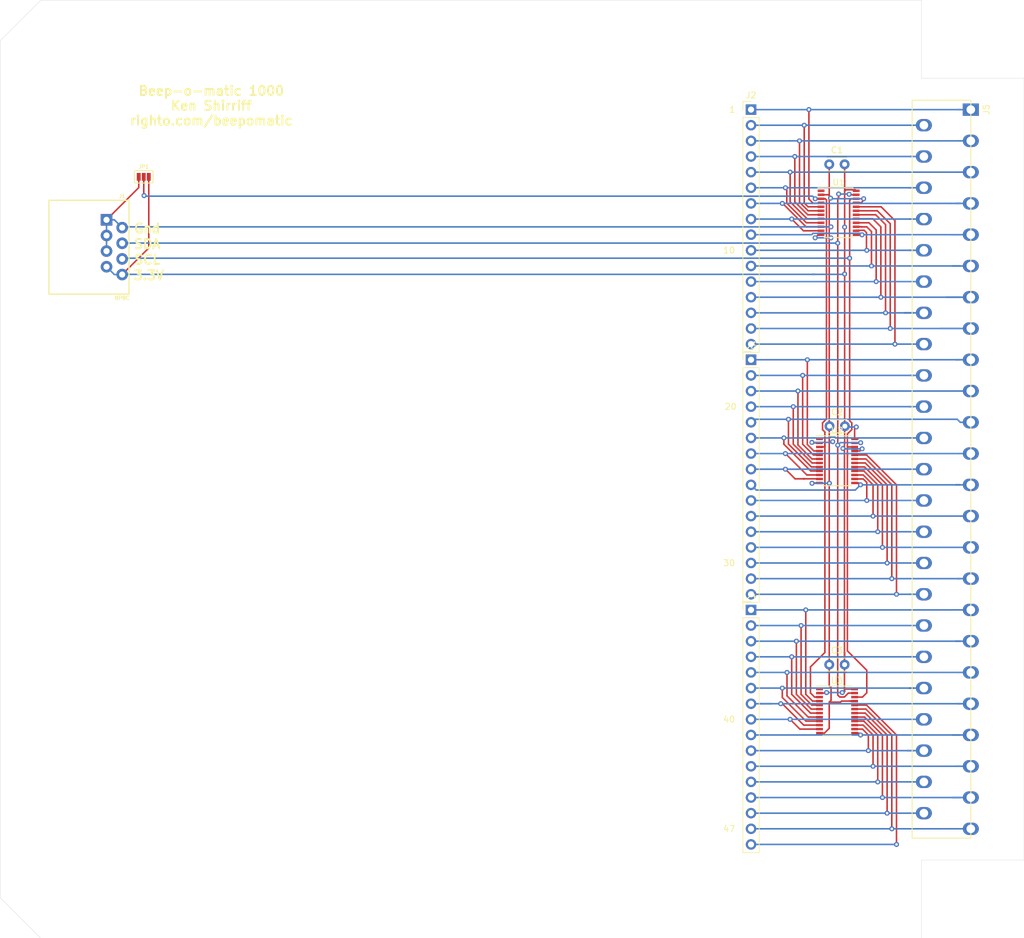
<source format=kicad_pcb>
(kicad_pcb (version 20171130) (host pcbnew "(5.1.10-1-10_14)")

  (general
    (thickness 1.6)
    (drawings 21)
    (tracks 599)
    (zones 0)
    (modules 16)
    (nets 57)
  )

  (page A4)
  (layers
    (0 F.Cu signal)
    (31 B.Cu signal)
    (32 B.Adhes user)
    (33 F.Adhes user)
    (34 B.Paste user)
    (35 F.Paste user)
    (36 B.SilkS user)
    (37 F.SilkS user)
    (38 B.Mask user)
    (39 F.Mask user)
    (40 Dwgs.User user)
    (41 Cmts.User user)
    (42 Eco1.User user)
    (43 Eco2.User user)
    (44 Edge.Cuts user)
    (45 Margin user)
    (46 B.CrtYd user)
    (47 F.CrtYd user)
    (48 B.Fab user)
    (49 F.Fab user)
  )

  (setup
    (last_trace_width 0.25)
    (trace_clearance 0.2)
    (zone_clearance 0.508)
    (zone_45_only no)
    (trace_min 0.2)
    (via_size 0.8)
    (via_drill 0.4)
    (via_min_size 0.4)
    (via_min_drill 0.3)
    (uvia_size 0.3)
    (uvia_drill 0.1)
    (uvias_allowed no)
    (uvia_min_size 0.2)
    (uvia_min_drill 0.1)
    (edge_width 0.05)
    (segment_width 0.2)
    (pcb_text_width 0.3)
    (pcb_text_size 1.5 1.5)
    (mod_edge_width 0.12)
    (mod_text_size 1 1)
    (mod_text_width 0.15)
    (pad_size 4 4)
    (pad_drill 4)
    (pad_to_mask_clearance 0)
    (aux_axis_origin 0 0)
    (visible_elements FFFFFF7F)
    (pcbplotparams
      (layerselection 0x3d0fc_ffffffff)
      (usegerberextensions true)
      (usegerberattributes true)
      (usegerberadvancedattributes true)
      (creategerberjobfile false)
      (excludeedgelayer true)
      (linewidth 0.100000)
      (plotframeref false)
      (viasonmask false)
      (mode 1)
      (useauxorigin false)
      (hpglpennumber 1)
      (hpglpenspeed 20)
      (hpglpendiameter 15.000000)
      (psnegative false)
      (psa4output false)
      (plotreference true)
      (plotvalue true)
      (plotinvisibletext false)
      (padsonsilk false)
      (subtractmaskfromsilk false)
      (outputformat 1)
      (mirror false)
      (drillshape 0)
      (scaleselection 1)
      (outputdirectory ""))
  )

  (net 0 "")
  (net 1 +3V3)
  (net 2 GND)
  (net 3 /P1)
  (net 4 /P2)
  (net 5 /P3)
  (net 6 /P4)
  (net 7 /P5)
  (net 8 /P6)
  (net 9 /P7)
  (net 10 /P8)
  (net 11 /P9)
  (net 12 /P10)
  (net 13 /P11)
  (net 14 /P12)
  (net 15 /P13)
  (net 16 /P14)
  (net 17 /P15)
  (net 18 /P16)
  (net 19 /P17)
  (net 20 /P18)
  (net 21 /P19)
  (net 22 /P20)
  (net 23 /P21)
  (net 24 /P22)
  (net 25 /P23)
  (net 26 /P24)
  (net 27 /P25)
  (net 28 /P26)
  (net 29 /P27)
  (net 30 /P28)
  (net 31 /P29)
  (net 32 /P30)
  (net 33 /P31)
  (net 34 /P32)
  (net 35 /P33)
  (net 36 /P34)
  (net 37 /P35)
  (net 38 /P36)
  (net 39 /P37)
  (net 40 /P38)
  (net 41 /P39)
  (net 42 /P40)
  (net 43 /P41)
  (net 44 /P42)
  (net 45 /P43)
  (net 46 /P44)
  (net 47 /P45)
  (net 48 /P46)
  (net 49 /P47)
  (net 50 /P48)
  (net 51 /A2)
  (net 52 /SCL)
  (net 53 /SDA)
  (net 54 "Net-(U1-Pad1)")
  (net 55 "Net-(U2-Pad1)")
  (net 56 "Net-(U3-Pad1)")

  (net_class Default "This is the default net class."
    (clearance 0.2)
    (trace_width 0.25)
    (via_dia 0.8)
    (via_drill 0.4)
    (uvia_dia 0.3)
    (uvia_drill 0.1)
    (add_net +3V3)
    (add_net /A2)
    (add_net /P1)
    (add_net /P10)
    (add_net /P11)
    (add_net /P12)
    (add_net /P13)
    (add_net /P14)
    (add_net /P15)
    (add_net /P16)
    (add_net /P17)
    (add_net /P18)
    (add_net /P19)
    (add_net /P2)
    (add_net /P20)
    (add_net /P21)
    (add_net /P22)
    (add_net /P23)
    (add_net /P24)
    (add_net /P25)
    (add_net /P26)
    (add_net /P27)
    (add_net /P28)
    (add_net /P29)
    (add_net /P3)
    (add_net /P30)
    (add_net /P31)
    (add_net /P32)
    (add_net /P33)
    (add_net /P34)
    (add_net /P35)
    (add_net /P36)
    (add_net /P37)
    (add_net /P38)
    (add_net /P39)
    (add_net /P4)
    (add_net /P40)
    (add_net /P41)
    (add_net /P42)
    (add_net /P43)
    (add_net /P44)
    (add_net /P45)
    (add_net /P46)
    (add_net /P47)
    (add_net /P48)
    (add_net /P5)
    (add_net /P6)
    (add_net /P7)
    (add_net /P8)
    (add_net /P9)
    (add_net /SCL)
    (add_net /SDA)
    (add_net GND)
    (add_net "Net-(U1-Pad1)")
    (add_net "Net-(U2-Pad1)")
    (add_net "Net-(U3-Pad1)")
  )

  (module SparkFun:SMT-JUMPER_3_NO_SILK (layer F.Cu) (tedit 200000) (tstamp 61611917)
    (at 48.7172 54.102)
    (path /6153BE2A)
    (attr smd)
    (fp_text reference JP1 (at 0 -1.651) (layer F.SilkS)
      (effects (font (size 0.6096 0.6096) (thickness 0.127)))
    )
    (fp_text value SolderJumper_3_Bridged12 (at 0 1.651) (layer F.SilkS) hide
      (effects (font (size 0.6096 0.6096) (thickness 0.127)))
    )
    (fp_line (start -1.27 -1.016) (end 1.27 -1.016) (layer F.SilkS) (width 0.1524))
    (fp_line (start -1.524 0.762) (end -1.524 -0.762) (layer F.SilkS) (width 0.1524))
    (fp_line (start 1.524 0.762) (end 1.524 -0.762) (layer F.SilkS) (width 0.1524))
    (fp_line (start 1.27 1.016) (end -1.27 1.016) (layer F.SilkS) (width 0.1524))
    (fp_arc (start 1.27 -0.762) (end 1.27 -1.016) (angle 90) (layer F.SilkS) (width 0.1524))
    (fp_arc (start -1.27 -0.762) (end -1.524 -0.762) (angle 90) (layer F.SilkS) (width 0.1524))
    (fp_arc (start -1.27 0.762) (end -1.27 1.016) (angle 90) (layer F.SilkS) (width 0.1524))
    (fp_arc (start 1.27 0.762) (end 1.524 0.762) (angle 90) (layer F.SilkS) (width 0.1524))
    (pad 1 smd rect (at -0.8128 0) (size 0.635 1.27) (layers F.Cu F.Mask)
      (net 2 GND) (solder_mask_margin 0.1016))
    (pad 2 smd rect (at 0 0) (size 0.635 1.27) (layers F.Cu F.Mask)
      (net 51 /A2) (solder_mask_margin 0.1016))
    (pad 3 smd rect (at 0.8128 0) (size 0.635 1.27) (layers F.Cu F.Mask)
      (net 1 +3V3) (solder_mask_margin 0.1016))
  )

  (module Mounting_Holes:MountingHole_4mm (layer F.Cu) (tedit 56D1B4CB) (tstamp 61611CE1)
    (at 32.004 171.45)
    (descr "Mounting Hole 4mm, no annular")
    (tags "mounting hole 4mm no annular")
    (attr virtual)
    (fp_text reference REF** (at 0 -5) (layer F.SilkS) hide
      (effects (font (size 1 1) (thickness 0.15)))
    )
    (fp_text value MountingHole_4mm (at 0 5) (layer F.Fab) hide
      (effects (font (size 1 1) (thickness 0.15)))
    )
    (fp_text user %R (at 0.3 0) (layer F.Fab) hide
      (effects (font (size 1 1) (thickness 0.15)))
    )
    (fp_circle (center 0 0) (end 4 0) (layer Cmts.User) (width 0.15))
    (fp_circle (center 0 0) (end 4.25 0) (layer F.CrtYd) (width 0.05))
    (pad 1 np_thru_hole circle (at 0 0) (size 4 4) (drill 4) (layers *.Cu *.Mask))
  )

  (module Mounting_Holes:MountingHole_4mm (layer F.Cu) (tedit 56D1B4CB) (tstamp 61611AFB)
    (at 170.307 171.45)
    (descr "Mounting Hole 4mm, no annular")
    (tags "mounting hole 4mm no annular")
    (attr virtual)
    (fp_text reference REF** (at 0 -5) (layer F.SilkS) hide
      (effects (font (size 1 1) (thickness 0.15)))
    )
    (fp_text value MountingHole_4mm (at 0 5) (layer F.Fab) hide
      (effects (font (size 1 1) (thickness 0.15)))
    )
    (fp_circle (center 0 0) (end 4.25 0) (layer F.CrtYd) (width 0.05))
    (fp_circle (center 0 0) (end 4 0) (layer Cmts.User) (width 0.15))
    (fp_text user %R (at 0.3 0) (layer F.Fab) hide
      (effects (font (size 1 1) (thickness 0.15)))
    )
    (pad 1 np_thru_hole circle (at 0 0) (size 4 4) (drill 4) (layers *.Cu *.Mask))
  )

  (module Mounting_Holes:MountingHole_4mm (layer F.Cu) (tedit 56D1B4CB) (tstamp 61611A44)
    (at 170.307 31.75)
    (descr "Mounting Hole 4mm, no annular")
    (tags "mounting hole 4mm no annular")
    (attr virtual)
    (fp_text reference REF** (at 0 -5) (layer F.SilkS) hide
      (effects (font (size 1 1) (thickness 0.15)))
    )
    (fp_text value MountingHole_4mm (at 0 5) (layer F.Fab) hide
      (effects (font (size 1 1) (thickness 0.15)))
    )
    (fp_text user %R (at 0.3 0) (layer F.Fab) hide
      (effects (font (size 1 1) (thickness 0.15)))
    )
    (fp_circle (center 0 0) (end 4 0) (layer Cmts.User) (width 0.15))
    (fp_circle (center 0 0) (end 4.25 0) (layer F.CrtYd) (width 0.05))
    (pad 1 np_thru_hole circle (at 0 0) (size 4 4) (drill 4) (layers *.Cu *.Mask))
  )

  (module Mounting_Holes:MountingHole_4mm (layer F.Cu) (tedit 56D1B4CB) (tstamp 616117FE)
    (at 32.004 31.75)
    (descr "Mounting Hole 4mm, no annular")
    (tags "mounting hole 4mm no annular")
    (attr virtual)
    (fp_text reference REF** (at 0 -5) (layer F.SilkS) hide
      (effects (font (size 1 1) (thickness 0.15)))
    )
    (fp_text value MountingHole_4mm (at 0 5) (layer F.Fab) hide
      (effects (font (size 1 1) (thickness 0.15)))
    )
    (fp_circle (center 0 0) (end 4.25 0) (layer F.CrtYd) (width 0.05))
    (fp_circle (center 0 0) (end 4 0) (layer Cmts.User) (width 0.15))
    (fp_text user %R (at 0.3 0) (layer F.Fab) hide
      (effects (font (size 1 1) (thickness 0.15)))
    )
    (pad 1 np_thru_hole circle (at 0 0) (size 4 4) (drill 4) (layers *.Cu *.Mask))
  )

  (module beeper:elco-47 (layer F.Cu) (tedit 6160EE06) (tstamp 61611A88)
    (at 183.007 43.18 270)
    (path /61522BCB)
    (fp_text reference J5 (at 0 -2.54 90) (layer F.SilkS)
      (effects (font (size 1 1) (thickness 0.15)))
    )
    (fp_text value Conn_01x47_Male (at -7.62 5.08 90) (layer F.Fab)
      (effects (font (size 1 1) (thickness 0.15)))
    )
    (fp_line (start -1.524 0) (end -1.524 9.525) (layer F.SilkS) (width 0.15))
    (fp_line (start -1.524 9.525) (end 118.364 9.525) (layer F.SilkS) (width 0.15))
    (fp_line (start 118.364 0) (end 118.364 9.525) (layer F.SilkS) (width 0.15))
    (fp_line (start -1.524 0) (end 118.364 0) (layer F.SilkS) (width 0.15))
    (pad 47 thru_hole oval (at 116.84 0 270) (size 2 2.6) (drill 1.4) (layers *.Cu *.Mask)
      (net 49 /P47))
    (pad 46 thru_hole oval (at 114.3 7.62 270) (size 2 2.6) (drill 1.4) (layers *.Cu *.Mask)
      (net 48 /P46))
    (pad 45 thru_hole oval (at 111.76 0 270) (size 2 2.6) (drill 1.4) (layers *.Cu *.Mask)
      (net 47 /P45))
    (pad 44 thru_hole oval (at 109.22 7.62 270) (size 2 2.6) (drill 1.4) (layers *.Cu *.Mask)
      (net 46 /P44))
    (pad 43 thru_hole oval (at 106.68 0 270) (size 2 2.6) (drill 1.4) (layers *.Cu *.Mask)
      (net 45 /P43))
    (pad 42 thru_hole oval (at 104.14 7.62 270) (size 2 2.6) (drill 1.4) (layers *.Cu *.Mask)
      (net 44 /P42))
    (pad 41 thru_hole oval (at 101.6 0 270) (size 2 2.6) (drill 1.4) (layers *.Cu *.Mask)
      (net 43 /P41))
    (pad 40 thru_hole oval (at 99.06 7.62 270) (size 2 2.6) (drill 1.4) (layers *.Cu *.Mask)
      (net 42 /P40))
    (pad 39 thru_hole oval (at 96.52 0 270) (size 2 2.6) (drill 1.4) (layers *.Cu *.Mask)
      (net 41 /P39))
    (pad 38 thru_hole oval (at 93.98 7.62 270) (size 2 2.6) (drill 1.4) (layers *.Cu *.Mask)
      (net 40 /P38))
    (pad 37 thru_hole oval (at 91.44 0 270) (size 2 2.6) (drill 1.4) (layers *.Cu *.Mask)
      (net 39 /P37))
    (pad 36 thru_hole oval (at 88.9 7.62 270) (size 2 2.6) (drill 1.4) (layers *.Cu *.Mask)
      (net 38 /P36))
    (pad 35 thru_hole oval (at 86.36 0 270) (size 2 2.6) (drill 1.4) (layers *.Cu *.Mask)
      (net 37 /P35))
    (pad 34 thru_hole oval (at 83.82 7.62 270) (size 2 2.6) (drill 1.4) (layers *.Cu *.Mask)
      (net 36 /P34))
    (pad 33 thru_hole oval (at 81.28 0 270) (size 2 2.6) (drill 1.4) (layers *.Cu *.Mask)
      (net 35 /P33))
    (pad 32 thru_hole oval (at 78.74 7.62 270) (size 2 2.6) (drill 1.4) (layers *.Cu *.Mask)
      (net 34 /P32))
    (pad 31 thru_hole oval (at 76.2 0 270) (size 2 2.6) (drill 1.4) (layers *.Cu *.Mask)
      (net 33 /P31))
    (pad 30 thru_hole oval (at 73.66 7.62 270) (size 2 2.6) (drill 1.4) (layers *.Cu *.Mask)
      (net 32 /P30))
    (pad 29 thru_hole oval (at 71.12 0 270) (size 2 2.6) (drill 1.4) (layers *.Cu *.Mask)
      (net 31 /P29))
    (pad 28 thru_hole oval (at 68.58 7.62 270) (size 2 2.6) (drill 1.4) (layers *.Cu *.Mask)
      (net 30 /P28))
    (pad 27 thru_hole oval (at 66.04 0 270) (size 2 2.6) (drill 1.4) (layers *.Cu *.Mask)
      (net 29 /P27))
    (pad 26 thru_hole oval (at 63.5 7.62 270) (size 2 2.6) (drill 1.4) (layers *.Cu *.Mask)
      (net 28 /P26))
    (pad 25 thru_hole oval (at 60.96 0 270) (size 2 2.6) (drill 1.4) (layers *.Cu *.Mask)
      (net 27 /P25))
    (pad 24 thru_hole oval (at 58.42 7.62 270) (size 2 2.6) (drill 1.4) (layers *.Cu *.Mask)
      (net 26 /P24))
    (pad 23 thru_hole oval (at 55.88 0 270) (size 2 2.6) (drill 1.4) (layers *.Cu *.Mask)
      (net 25 /P23))
    (pad 22 thru_hole oval (at 53.34 7.62 270) (size 2 2.6) (drill 1.4) (layers *.Cu *.Mask)
      (net 24 /P22))
    (pad 21 thru_hole oval (at 50.8 0 270) (size 2 2.6) (drill 1.4) (layers *.Cu *.Mask)
      (net 23 /P21))
    (pad 20 thru_hole oval (at 48.26 7.62 270) (size 2 2.6) (drill 1.4) (layers *.Cu *.Mask)
      (net 22 /P20))
    (pad 19 thru_hole oval (at 45.72 0 270) (size 2 2.6) (drill 1.4) (layers *.Cu *.Mask)
      (net 21 /P19))
    (pad 18 thru_hole oval (at 43.18 7.62 270) (size 2 2.6) (drill 1.4) (layers *.Cu *.Mask)
      (net 20 /P18))
    (pad 17 thru_hole oval (at 40.64 0 270) (size 2 2.6) (drill 1.4) (layers *.Cu *.Mask)
      (net 19 /P17))
    (pad 16 thru_hole oval (at 38.1 7.62 270) (size 2 2.6) (drill 1.4) (layers *.Cu *.Mask)
      (net 18 /P16))
    (pad 15 thru_hole oval (at 35.56 0 270) (size 2 2.6) (drill 1.4) (layers *.Cu *.Mask)
      (net 17 /P15))
    (pad 14 thru_hole oval (at 33.02 7.62 270) (size 2 2.6) (drill 1.4) (layers *.Cu *.Mask)
      (net 16 /P14))
    (pad 13 thru_hole oval (at 30.48 0 270) (size 2 2.6) (drill 1.4) (layers *.Cu *.Mask)
      (net 15 /P13))
    (pad 12 thru_hole oval (at 27.94 7.62 270) (size 2 2.6) (drill 1.4) (layers *.Cu *.Mask)
      (net 14 /P12))
    (pad 11 thru_hole oval (at 25.4 0 270) (size 2 2.6) (drill 1.4) (layers *.Cu *.Mask)
      (net 13 /P11))
    (pad 10 thru_hole oval (at 22.86 7.62 270) (size 2 2.6) (drill 1.4) (layers *.Cu *.Mask)
      (net 12 /P10))
    (pad 9 thru_hole oval (at 20.32 0 270) (size 2 2.6) (drill 1.4) (layers *.Cu *.Mask)
      (net 11 /P9))
    (pad 8 thru_hole oval (at 17.78 7.62 270) (size 2 2.6) (drill 1.4) (layers *.Cu *.Mask)
      (net 10 /P8))
    (pad 7 thru_hole oval (at 15.24 0 270) (size 2 2.6) (drill 1.4) (layers *.Cu *.Mask)
      (net 9 /P7))
    (pad 6 thru_hole oval (at 12.7 7.62 270) (size 2 2.6) (drill 1.4) (layers *.Cu *.Mask)
      (net 8 /P6))
    (pad 5 thru_hole oval (at 10.16 0 270) (size 2 2.6) (drill 1.4) (layers *.Cu *.Mask)
      (net 7 /P5))
    (pad 4 thru_hole oval (at 7.62 7.62 270) (size 2 2.6) (drill 1.4) (layers *.Cu *.Mask)
      (net 6 /P4))
    (pad 3 thru_hole oval (at 5.08 0 270) (size 2 2.6) (drill 1.4) (layers *.Cu *.Mask)
      (net 5 /P3))
    (pad 2 thru_hole oval (at 2.54 7.62 270) (size 2 2.6) (drill 1.4) (layers *.Cu *.Mask)
      (net 4 /P2))
    (pad 1 thru_hole rect (at 0 0 270) (size 2 2.6) (drill 1.4) (layers *.Cu *.Mask)
      (net 3 /P1))
  )

  (module SparkFun:RJ45-8 (layer F.Cu) (tedit 200000) (tstamp 61611820)
    (at 36.322 65.532 270)
    (descr "RJ45 SOCKET WITH PCB MOUNTING POSTS")
    (tags "RJ45 SOCKET WITH PCB MOUNTING POSTS")
    (path /6161053C)
    (attr virtual)
    (fp_text reference J1 (at -8.255 -8.89) (layer F.SilkS)
      (effects (font (size 0.6096 0.6096) (thickness 0.127)))
    )
    (fp_text value 8P8C (at 8.255 -8.89) (layer F.SilkS)
      (effects (font (size 0.6096 0.6096) (thickness 0.127)))
    )
    (fp_line (start 7.62 10.79754) (end 7.62 2.99974) (layer Dwgs.User) (width 0.2032))
    (fp_line (start -7.62 10.79754) (end 7.62 10.79754) (layer Dwgs.User) (width 0.2032))
    (fp_line (start -7.62 2.99974) (end -7.62 10.79754) (layer Dwgs.User) (width 0.2032))
    (fp_line (start 7.62 -9.99998) (end 7.62 2.99974) (layer F.SilkS) (width 0.2032))
    (fp_line (start -7.62 2.99974) (end 7.62 2.99974) (layer F.SilkS) (width 0.2032))
    (fp_line (start -7.62 2.99974) (end -7.62 -9.99998) (layer F.SilkS) (width 0.2032))
    (fp_line (start -7.62 -9.99998) (end 7.62 -9.99998) (layer F.SilkS) (width 0.2032))
    (pad 1 thru_hole rect (at -4.445 -6.35 270) (size 1.8796 1.8796) (drill 0.99822) (layers *.Cu *.Mask)
      (net 2 GND) (solder_mask_margin 0.1016))
    (pad 2 thru_hole circle (at -3.175 -8.89 270) (size 1.8796 1.8796) (drill 0.99822) (layers *.Cu *.Mask)
      (net 2 GND) (solder_mask_margin 0.1016))
    (pad 3 thru_hole circle (at -1.905 -6.35 270) (size 1.8796 1.8796) (drill 0.99822) (layers *.Cu *.Mask)
      (net 2 GND) (solder_mask_margin 0.1016))
    (pad 4 thru_hole circle (at -0.635 -8.89 270) (size 1.8796 1.8796) (drill 0.99822) (layers *.Cu *.Mask)
      (net 53 /SDA) (solder_mask_margin 0.1016))
    (pad 5 thru_hole circle (at 0.635 -6.35 270) (size 1.8796 1.8796) (drill 0.99822) (layers *.Cu *.Mask)
      (net 2 GND) (solder_mask_margin 0.1016))
    (pad 6 thru_hole circle (at 1.905 -8.89 270) (size 1.8796 1.8796) (drill 0.99822) (layers *.Cu *.Mask)
      (net 52 /SCL) (solder_mask_margin 0.1016))
    (pad 7 thru_hole circle (at 3.175 -6.35 270) (size 1.8796 1.8796) (drill 0.99822) (layers *.Cu *.Mask)
      (net 1 +3V3) (solder_mask_margin 0.1016))
    (pad 8 thru_hole circle (at 4.445 -8.89 270) (size 1.8796 1.8796) (drill 0.99822) (layers *.Cu *.Mask)
      (net 1 +3V3) (solder_mask_margin 0.1016))
    (pad "" np_thru_hole circle (at -5.715 0 270) (size 3.19786 3.19786) (drill 3.19786) (layers *.Cu *.Mask)
      (solder_mask_margin 0.1016))
    (pad "" np_thru_hole circle (at 5.715 0 270) (size 3.19786 3.19786) (drill 3.19786) (layers *.Cu *.Mask)
      (solder_mask_margin 0.1016))
  )

  (module Housings_SSOP:TSSOP-24_4.4x7.8mm_Pitch0.65mm (layer F.Cu) (tedit 57B061D2) (tstamp 61611BA2)
    (at 161.544 59.944)
    (descr "TSSOP24: plastic thin shrink small outline package; 24 leads; body width 4.4 mm; (see NXP SSOP-TSSOP-VSO-REFLOW.pdf and sot355-1_po.pdf)")
    (tags "SSOP 0.65")
    (path /61515305)
    (attr smd)
    (fp_text reference U1 (at 0 -4.95) (layer F.SilkS)
      (effects (font (size 1 1) (thickness 0.15)))
    )
    (fp_text value PCAL9555 (at 0 4.95) (layer F.Fab)
      (effects (font (size 1 1) (thickness 0.15)))
    )
    (fp_line (start -1.2 -3.9) (end 2.2 -3.9) (layer F.Fab) (width 0.15))
    (fp_line (start 2.2 -3.9) (end 2.2 3.9) (layer F.Fab) (width 0.15))
    (fp_line (start 2.2 3.9) (end -2.2 3.9) (layer F.Fab) (width 0.15))
    (fp_line (start -2.2 3.9) (end -2.2 -2.9) (layer F.Fab) (width 0.15))
    (fp_line (start -2.2 -2.9) (end -1.2 -3.9) (layer F.Fab) (width 0.15))
    (fp_line (start -3.65 -4.2) (end -3.65 4.2) (layer F.CrtYd) (width 0.05))
    (fp_line (start 3.65 -4.2) (end 3.65 4.2) (layer F.CrtYd) (width 0.05))
    (fp_line (start -3.65 -4.2) (end 3.65 -4.2) (layer F.CrtYd) (width 0.05))
    (fp_line (start -3.65 4.2) (end 3.65 4.2) (layer F.CrtYd) (width 0.05))
    (fp_line (start 2.325 -4.025) (end 2.325 -4) (layer F.SilkS) (width 0.15))
    (fp_line (start 2.325 4.025) (end 2.325 4) (layer F.SilkS) (width 0.15))
    (fp_line (start -2.325 4.025) (end -2.325 4) (layer F.SilkS) (width 0.15))
    (fp_line (start -3.4 -4.075) (end 2.325 -4.075) (layer F.SilkS) (width 0.15))
    (fp_line (start -2.325 4.025) (end 2.325 4.025) (layer F.SilkS) (width 0.15))
    (fp_text user %R (at 0 0) (layer F.Fab)
      (effects (font (size 0.8 0.8) (thickness 0.15)))
    )
    (pad 1 smd rect (at -2.85 -3.575) (size 1.1 0.4) (layers F.Cu F.Paste F.Mask)
      (net 54 "Net-(U1-Pad1)"))
    (pad 2 smd rect (at -2.85 -2.925) (size 1.1 0.4) (layers F.Cu F.Paste F.Mask)
      (net 2 GND))
    (pad 3 smd rect (at -2.85 -2.275) (size 1.1 0.4) (layers F.Cu F.Paste F.Mask)
      (net 51 /A2))
    (pad 4 smd rect (at -2.85 -1.625) (size 1.1 0.4) (layers F.Cu F.Paste F.Mask)
      (net 3 /P1))
    (pad 5 smd rect (at -2.85 -0.975) (size 1.1 0.4) (layers F.Cu F.Paste F.Mask)
      (net 4 /P2))
    (pad 6 smd rect (at -2.85 -0.325) (size 1.1 0.4) (layers F.Cu F.Paste F.Mask)
      (net 5 /P3))
    (pad 7 smd rect (at -2.85 0.325) (size 1.1 0.4) (layers F.Cu F.Paste F.Mask)
      (net 6 /P4))
    (pad 8 smd rect (at -2.85 0.975) (size 1.1 0.4) (layers F.Cu F.Paste F.Mask)
      (net 7 /P5))
    (pad 9 smd rect (at -2.85 1.625) (size 1.1 0.4) (layers F.Cu F.Paste F.Mask)
      (net 8 /P6))
    (pad 10 smd rect (at -2.85 2.275) (size 1.1 0.4) (layers F.Cu F.Paste F.Mask)
      (net 9 /P7))
    (pad 11 smd rect (at -2.85 2.925) (size 1.1 0.4) (layers F.Cu F.Paste F.Mask)
      (net 10 /P8))
    (pad 12 smd rect (at -2.85 3.575) (size 1.1 0.4) (layers F.Cu F.Paste F.Mask)
      (net 2 GND))
    (pad 13 smd rect (at 2.85 3.575) (size 1.1 0.4) (layers F.Cu F.Paste F.Mask)
      (net 11 /P9))
    (pad 14 smd rect (at 2.85 2.925) (size 1.1 0.4) (layers F.Cu F.Paste F.Mask)
      (net 12 /P10))
    (pad 15 smd rect (at 2.85 2.275) (size 1.1 0.4) (layers F.Cu F.Paste F.Mask)
      (net 13 /P11))
    (pad 16 smd rect (at 2.85 1.625) (size 1.1 0.4) (layers F.Cu F.Paste F.Mask)
      (net 14 /P12))
    (pad 17 smd rect (at 2.85 0.975) (size 1.1 0.4) (layers F.Cu F.Paste F.Mask)
      (net 15 /P13))
    (pad 18 smd rect (at 2.85 0.325) (size 1.1 0.4) (layers F.Cu F.Paste F.Mask)
      (net 16 /P14))
    (pad 19 smd rect (at 2.85 -0.325) (size 1.1 0.4) (layers F.Cu F.Paste F.Mask)
      (net 17 /P15))
    (pad 20 smd rect (at 2.85 -0.975) (size 1.1 0.4) (layers F.Cu F.Paste F.Mask)
      (net 18 /P16))
    (pad 21 smd rect (at 2.85 -1.625) (size 1.1 0.4) (layers F.Cu F.Paste F.Mask)
      (net 2 GND))
    (pad 22 smd rect (at 2.85 -2.275) (size 1.1 0.4) (layers F.Cu F.Paste F.Mask)
      (net 52 /SCL))
    (pad 23 smd rect (at 2.85 -2.925) (size 1.1 0.4) (layers F.Cu F.Paste F.Mask)
      (net 53 /SDA))
    (pad 24 smd rect (at 2.85 -3.575) (size 1.1 0.4) (layers F.Cu F.Paste F.Mask)
      (net 1 +3V3))
    (model ${KISYS3DMOD}/Housings_SSOP.3dshapes/TSSOP-24_4.4x7.8mm_Pitch0.65mm.wrl
      (at (xyz 0 0 0))
      (scale (xyz 1 1 1))
      (rotate (xyz 0 0 0))
    )
  )

  (module Pin_Headers:Pin_Header_Straight_1x16_Pitch2.54mm (layer F.Cu) (tedit 59650532) (tstamp 616118BC)
    (at 147.32 43.18)
    (descr "Through hole straight pin header, 1x16, 2.54mm pitch, single row")
    (tags "Through hole pin header THT 1x16 2.54mm single row")
    (path /6152CB68)
    (fp_text reference J2 (at 0 -2.33) (layer F.SilkS)
      (effects (font (size 1 1) (thickness 0.15)))
    )
    (fp_text value Conn_01x16 (at 0 40.43) (layer F.Fab)
      (effects (font (size 1 1) (thickness 0.15)))
    )
    (fp_line (start 1.8 -1.8) (end -1.8 -1.8) (layer F.CrtYd) (width 0.05))
    (fp_line (start 1.8 39.9) (end 1.8 -1.8) (layer F.CrtYd) (width 0.05))
    (fp_line (start -1.8 39.9) (end 1.8 39.9) (layer F.CrtYd) (width 0.05))
    (fp_line (start -1.8 -1.8) (end -1.8 39.9) (layer F.CrtYd) (width 0.05))
    (fp_line (start -1.33 -1.33) (end 0 -1.33) (layer F.SilkS) (width 0.12))
    (fp_line (start -1.33 0) (end -1.33 -1.33) (layer F.SilkS) (width 0.12))
    (fp_line (start -1.33 1.27) (end 1.33 1.27) (layer F.SilkS) (width 0.12))
    (fp_line (start 1.33 1.27) (end 1.33 39.43) (layer F.SilkS) (width 0.12))
    (fp_line (start -1.33 1.27) (end -1.33 39.43) (layer F.SilkS) (width 0.12))
    (fp_line (start -1.33 39.43) (end 1.33 39.43) (layer F.SilkS) (width 0.12))
    (fp_line (start -1.27 -0.635) (end -0.635 -1.27) (layer F.Fab) (width 0.1))
    (fp_line (start -1.27 39.37) (end -1.27 -0.635) (layer F.Fab) (width 0.1))
    (fp_line (start 1.27 39.37) (end -1.27 39.37) (layer F.Fab) (width 0.1))
    (fp_line (start 1.27 -1.27) (end 1.27 39.37) (layer F.Fab) (width 0.1))
    (fp_line (start -0.635 -1.27) (end 1.27 -1.27) (layer F.Fab) (width 0.1))
    (fp_text user %R (at 0 19.05 90) (layer F.Fab)
      (effects (font (size 1 1) (thickness 0.15)))
    )
    (pad 1 thru_hole rect (at 0 0) (size 1.7 1.7) (drill 1) (layers *.Cu *.Mask)
      (net 3 /P1))
    (pad 2 thru_hole oval (at 0 2.54) (size 1.7 1.7) (drill 1) (layers *.Cu *.Mask)
      (net 4 /P2))
    (pad 3 thru_hole oval (at 0 5.08) (size 1.7 1.7) (drill 1) (layers *.Cu *.Mask)
      (net 5 /P3))
    (pad 4 thru_hole oval (at 0 7.62) (size 1.7 1.7) (drill 1) (layers *.Cu *.Mask)
      (net 6 /P4))
    (pad 5 thru_hole oval (at 0 10.16) (size 1.7 1.7) (drill 1) (layers *.Cu *.Mask)
      (net 7 /P5))
    (pad 6 thru_hole oval (at 0 12.7) (size 1.7 1.7) (drill 1) (layers *.Cu *.Mask)
      (net 8 /P6))
    (pad 7 thru_hole oval (at 0 15.24) (size 1.7 1.7) (drill 1) (layers *.Cu *.Mask)
      (net 9 /P7))
    (pad 8 thru_hole oval (at 0 17.78) (size 1.7 1.7) (drill 1) (layers *.Cu *.Mask)
      (net 10 /P8))
    (pad 9 thru_hole oval (at 0 20.32) (size 1.7 1.7) (drill 1) (layers *.Cu *.Mask)
      (net 11 /P9))
    (pad 10 thru_hole oval (at 0 22.86) (size 1.7 1.7) (drill 1) (layers *.Cu *.Mask)
      (net 12 /P10))
    (pad 11 thru_hole oval (at 0 25.4) (size 1.7 1.7) (drill 1) (layers *.Cu *.Mask)
      (net 13 /P11))
    (pad 12 thru_hole oval (at 0 27.94) (size 1.7 1.7) (drill 1) (layers *.Cu *.Mask)
      (net 14 /P12))
    (pad 13 thru_hole oval (at 0 30.48) (size 1.7 1.7) (drill 1) (layers *.Cu *.Mask)
      (net 15 /P13))
    (pad 14 thru_hole oval (at 0 33.02) (size 1.7 1.7) (drill 1) (layers *.Cu *.Mask)
      (net 16 /P14))
    (pad 15 thru_hole oval (at 0 35.56) (size 1.7 1.7) (drill 1) (layers *.Cu *.Mask)
      (net 17 /P15))
    (pad 16 thru_hole oval (at 0 38.1) (size 1.7 1.7) (drill 1) (layers *.Cu *.Mask)
      (net 18 /P16))
    (model ${KISYS3DMOD}/Pin_Headers.3dshapes/Pin_Header_Straight_1x16_Pitch2.54mm.wrl
      (at (xyz 0 0 0))
      (scale (xyz 1 1 1))
      (rotate (xyz 0 0 0))
    )
  )

  (module Housings_SSOP:TSSOP-24_4.4x7.8mm_Pitch0.65mm (layer F.Cu) (tedit 57B061D2) (tstamp 616119E9)
    (at 161.29 140.899)
    (descr "TSSOP24: plastic thin shrink small outline package; 24 leads; body width 4.4 mm; (see NXP SSOP-TSSOP-VSO-REFLOW.pdf and sot355-1_po.pdf)")
    (tags "SSOP 0.65")
    (path /615181C7)
    (attr smd)
    (fp_text reference U3 (at 0 -4.95) (layer F.SilkS)
      (effects (font (size 1 1) (thickness 0.15)))
    )
    (fp_text value PCAL9555 (at 0 4.95) (layer F.Fab)
      (effects (font (size 1 1) (thickness 0.15)))
    )
    (fp_line (start -1.2 -3.9) (end 2.2 -3.9) (layer F.Fab) (width 0.15))
    (fp_line (start 2.2 -3.9) (end 2.2 3.9) (layer F.Fab) (width 0.15))
    (fp_line (start 2.2 3.9) (end -2.2 3.9) (layer F.Fab) (width 0.15))
    (fp_line (start -2.2 3.9) (end -2.2 -2.9) (layer F.Fab) (width 0.15))
    (fp_line (start -2.2 -2.9) (end -1.2 -3.9) (layer F.Fab) (width 0.15))
    (fp_line (start -3.65 -4.2) (end -3.65 4.2) (layer F.CrtYd) (width 0.05))
    (fp_line (start 3.65 -4.2) (end 3.65 4.2) (layer F.CrtYd) (width 0.05))
    (fp_line (start -3.65 -4.2) (end 3.65 -4.2) (layer F.CrtYd) (width 0.05))
    (fp_line (start -3.65 4.2) (end 3.65 4.2) (layer F.CrtYd) (width 0.05))
    (fp_line (start 2.325 -4.025) (end 2.325 -4) (layer F.SilkS) (width 0.15))
    (fp_line (start 2.325 4.025) (end 2.325 4) (layer F.SilkS) (width 0.15))
    (fp_line (start -2.325 4.025) (end -2.325 4) (layer F.SilkS) (width 0.15))
    (fp_line (start -3.4 -4.075) (end 2.325 -4.075) (layer F.SilkS) (width 0.15))
    (fp_line (start -2.325 4.025) (end 2.325 4.025) (layer F.SilkS) (width 0.15))
    (fp_text user %R (at 0 0) (layer F.Fab)
      (effects (font (size 0.8 0.8) (thickness 0.15)))
    )
    (pad 1 smd rect (at -2.85 -3.575) (size 1.1 0.4) (layers F.Cu F.Paste F.Mask)
      (net 56 "Net-(U3-Pad1)"))
    (pad 2 smd rect (at -2.85 -2.925) (size 1.1 0.4) (layers F.Cu F.Paste F.Mask)
      (net 1 +3V3))
    (pad 3 smd rect (at -2.85 -2.275) (size 1.1 0.4) (layers F.Cu F.Paste F.Mask)
      (net 51 /A2))
    (pad 4 smd rect (at -2.85 -1.625) (size 1.1 0.4) (layers F.Cu F.Paste F.Mask)
      (net 35 /P33))
    (pad 5 smd rect (at -2.85 -0.975) (size 1.1 0.4) (layers F.Cu F.Paste F.Mask)
      (net 36 /P34))
    (pad 6 smd rect (at -2.85 -0.325) (size 1.1 0.4) (layers F.Cu F.Paste F.Mask)
      (net 37 /P35))
    (pad 7 smd rect (at -2.85 0.325) (size 1.1 0.4) (layers F.Cu F.Paste F.Mask)
      (net 38 /P36))
    (pad 8 smd rect (at -2.85 0.975) (size 1.1 0.4) (layers F.Cu F.Paste F.Mask)
      (net 39 /P37))
    (pad 9 smd rect (at -2.85 1.625) (size 1.1 0.4) (layers F.Cu F.Paste F.Mask)
      (net 40 /P38))
    (pad 10 smd rect (at -2.85 2.275) (size 1.1 0.4) (layers F.Cu F.Paste F.Mask)
      (net 41 /P39))
    (pad 11 smd rect (at -2.85 2.925) (size 1.1 0.4) (layers F.Cu F.Paste F.Mask)
      (net 42 /P40))
    (pad 12 smd rect (at -2.85 3.575) (size 1.1 0.4) (layers F.Cu F.Paste F.Mask)
      (net 2 GND))
    (pad 13 smd rect (at 2.85 3.575) (size 1.1 0.4) (layers F.Cu F.Paste F.Mask)
      (net 43 /P41))
    (pad 14 smd rect (at 2.85 2.925) (size 1.1 0.4) (layers F.Cu F.Paste F.Mask)
      (net 44 /P42))
    (pad 15 smd rect (at 2.85 2.275) (size 1.1 0.4) (layers F.Cu F.Paste F.Mask)
      (net 45 /P43))
    (pad 16 smd rect (at 2.85 1.625) (size 1.1 0.4) (layers F.Cu F.Paste F.Mask)
      (net 46 /P44))
    (pad 17 smd rect (at 2.85 0.975) (size 1.1 0.4) (layers F.Cu F.Paste F.Mask)
      (net 47 /P45))
    (pad 18 smd rect (at 2.85 0.325) (size 1.1 0.4) (layers F.Cu F.Paste F.Mask)
      (net 48 /P46))
    (pad 19 smd rect (at 2.85 -0.325) (size 1.1 0.4) (layers F.Cu F.Paste F.Mask)
      (net 49 /P47))
    (pad 20 smd rect (at 2.85 -0.975) (size 1.1 0.4) (layers F.Cu F.Paste F.Mask)
      (net 50 /P48))
    (pad 21 smd rect (at 2.85 -1.625) (size 1.1 0.4) (layers F.Cu F.Paste F.Mask)
      (net 2 GND))
    (pad 22 smd rect (at 2.85 -2.275) (size 1.1 0.4) (layers F.Cu F.Paste F.Mask)
      (net 52 /SCL))
    (pad 23 smd rect (at 2.85 -2.925) (size 1.1 0.4) (layers F.Cu F.Paste F.Mask)
      (net 53 /SDA))
    (pad 24 smd rect (at 2.85 -3.575) (size 1.1 0.4) (layers F.Cu F.Paste F.Mask)
      (net 1 +3V3))
    (model ${KISYS3DMOD}/Housings_SSOP.3dshapes/TSSOP-24_4.4x7.8mm_Pitch0.65mm.wrl
      (at (xyz 0 0 0))
      (scale (xyz 1 1 1))
      (rotate (xyz 0 0 0))
    )
  )

  (module Housings_SSOP:TSSOP-24_4.4x7.8mm_Pitch0.65mm (layer F.Cu) (tedit 57B061D2) (tstamp 6161196B)
    (at 161.29 100.259)
    (descr "TSSOP24: plastic thin shrink small outline package; 24 leads; body width 4.4 mm; (see NXP SSOP-TSSOP-VSO-REFLOW.pdf and sot355-1_po.pdf)")
    (tags "SSOP 0.65")
    (path /61516ED8)
    (attr smd)
    (fp_text reference U2 (at 0 -4.95) (layer F.SilkS)
      (effects (font (size 1 1) (thickness 0.15)))
    )
    (fp_text value PCAL9555 (at 0 4.95) (layer F.Fab)
      (effects (font (size 1 1) (thickness 0.15)))
    )
    (fp_line (start -1.2 -3.9) (end 2.2 -3.9) (layer F.Fab) (width 0.15))
    (fp_line (start 2.2 -3.9) (end 2.2 3.9) (layer F.Fab) (width 0.15))
    (fp_line (start 2.2 3.9) (end -2.2 3.9) (layer F.Fab) (width 0.15))
    (fp_line (start -2.2 3.9) (end -2.2 -2.9) (layer F.Fab) (width 0.15))
    (fp_line (start -2.2 -2.9) (end -1.2 -3.9) (layer F.Fab) (width 0.15))
    (fp_line (start -3.65 -4.2) (end -3.65 4.2) (layer F.CrtYd) (width 0.05))
    (fp_line (start 3.65 -4.2) (end 3.65 4.2) (layer F.CrtYd) (width 0.05))
    (fp_line (start -3.65 -4.2) (end 3.65 -4.2) (layer F.CrtYd) (width 0.05))
    (fp_line (start -3.65 4.2) (end 3.65 4.2) (layer F.CrtYd) (width 0.05))
    (fp_line (start 2.325 -4.025) (end 2.325 -4) (layer F.SilkS) (width 0.15))
    (fp_line (start 2.325 4.025) (end 2.325 4) (layer F.SilkS) (width 0.15))
    (fp_line (start -2.325 4.025) (end -2.325 4) (layer F.SilkS) (width 0.15))
    (fp_line (start -3.4 -4.075) (end 2.325 -4.075) (layer F.SilkS) (width 0.15))
    (fp_line (start -2.325 4.025) (end 2.325 4.025) (layer F.SilkS) (width 0.15))
    (fp_text user %R (at 0 0) (layer F.Fab)
      (effects (font (size 0.8 0.8) (thickness 0.15)))
    )
    (pad 1 smd rect (at -2.85 -3.575) (size 1.1 0.4) (layers F.Cu F.Paste F.Mask)
      (net 55 "Net-(U2-Pad1)"))
    (pad 2 smd rect (at -2.85 -2.925) (size 1.1 0.4) (layers F.Cu F.Paste F.Mask)
      (net 2 GND))
    (pad 3 smd rect (at -2.85 -2.275) (size 1.1 0.4) (layers F.Cu F.Paste F.Mask)
      (net 51 /A2))
    (pad 4 smd rect (at -2.85 -1.625) (size 1.1 0.4) (layers F.Cu F.Paste F.Mask)
      (net 19 /P17))
    (pad 5 smd rect (at -2.85 -0.975) (size 1.1 0.4) (layers F.Cu F.Paste F.Mask)
      (net 20 /P18))
    (pad 6 smd rect (at -2.85 -0.325) (size 1.1 0.4) (layers F.Cu F.Paste F.Mask)
      (net 21 /P19))
    (pad 7 smd rect (at -2.85 0.325) (size 1.1 0.4) (layers F.Cu F.Paste F.Mask)
      (net 22 /P20))
    (pad 8 smd rect (at -2.85 0.975) (size 1.1 0.4) (layers F.Cu F.Paste F.Mask)
      (net 23 /P21))
    (pad 9 smd rect (at -2.85 1.625) (size 1.1 0.4) (layers F.Cu F.Paste F.Mask)
      (net 24 /P22))
    (pad 10 smd rect (at -2.85 2.275) (size 1.1 0.4) (layers F.Cu F.Paste F.Mask)
      (net 25 /P23))
    (pad 11 smd rect (at -2.85 2.925) (size 1.1 0.4) (layers F.Cu F.Paste F.Mask)
      (net 26 /P24))
    (pad 12 smd rect (at -2.85 3.575) (size 1.1 0.4) (layers F.Cu F.Paste F.Mask)
      (net 2 GND))
    (pad 13 smd rect (at 2.85 3.575) (size 1.1 0.4) (layers F.Cu F.Paste F.Mask)
      (net 27 /P25))
    (pad 14 smd rect (at 2.85 2.925) (size 1.1 0.4) (layers F.Cu F.Paste F.Mask)
      (net 28 /P26))
    (pad 15 smd rect (at 2.85 2.275) (size 1.1 0.4) (layers F.Cu F.Paste F.Mask)
      (net 29 /P27))
    (pad 16 smd rect (at 2.85 1.625) (size 1.1 0.4) (layers F.Cu F.Paste F.Mask)
      (net 30 /P28))
    (pad 17 smd rect (at 2.85 0.975) (size 1.1 0.4) (layers F.Cu F.Paste F.Mask)
      (net 31 /P29))
    (pad 18 smd rect (at 2.85 0.325) (size 1.1 0.4) (layers F.Cu F.Paste F.Mask)
      (net 32 /P30))
    (pad 19 smd rect (at 2.85 -0.325) (size 1.1 0.4) (layers F.Cu F.Paste F.Mask)
      (net 33 /P31))
    (pad 20 smd rect (at 2.85 -0.975) (size 1.1 0.4) (layers F.Cu F.Paste F.Mask)
      (net 34 /P32))
    (pad 21 smd rect (at 2.85 -1.625) (size 1.1 0.4) (layers F.Cu F.Paste F.Mask)
      (net 1 +3V3))
    (pad 22 smd rect (at 2.85 -2.275) (size 1.1 0.4) (layers F.Cu F.Paste F.Mask)
      (net 52 /SCL))
    (pad 23 smd rect (at 2.85 -2.925) (size 1.1 0.4) (layers F.Cu F.Paste F.Mask)
      (net 53 /SDA))
    (pad 24 smd rect (at 2.85 -3.575) (size 1.1 0.4) (layers F.Cu F.Paste F.Mask)
      (net 1 +3V3))
    (model ${KISYS3DMOD}/Housings_SSOP.3dshapes/TSSOP-24_4.4x7.8mm_Pitch0.65mm.wrl
      (at (xyz 0 0 0))
      (scale (xyz 1 1 1))
      (rotate (xyz 0 0 0))
    )
  )

  (module Pin_Headers:Pin_Header_Straight_1x16_Pitch2.54mm (layer F.Cu) (tedit 59650532) (tstamp 61611C19)
    (at 147.32 124.46)
    (descr "Through hole straight pin header, 1x16, 2.54mm pitch, single row")
    (tags "Through hole pin header THT 1x16 2.54mm single row")
    (path /61530CB6)
    (fp_text reference J4 (at 0 -2.33) (layer F.SilkS)
      (effects (font (size 1 1) (thickness 0.15)))
    )
    (fp_text value Conn_01x16 (at 0 40.43) (layer F.Fab)
      (effects (font (size 1 1) (thickness 0.15)))
    )
    (fp_line (start -0.635 -1.27) (end 1.27 -1.27) (layer F.Fab) (width 0.1))
    (fp_line (start 1.27 -1.27) (end 1.27 39.37) (layer F.Fab) (width 0.1))
    (fp_line (start 1.27 39.37) (end -1.27 39.37) (layer F.Fab) (width 0.1))
    (fp_line (start -1.27 39.37) (end -1.27 -0.635) (layer F.Fab) (width 0.1))
    (fp_line (start -1.27 -0.635) (end -0.635 -1.27) (layer F.Fab) (width 0.1))
    (fp_line (start -1.33 39.43) (end 1.33 39.43) (layer F.SilkS) (width 0.12))
    (fp_line (start -1.33 1.27) (end -1.33 39.43) (layer F.SilkS) (width 0.12))
    (fp_line (start 1.33 1.27) (end 1.33 39.43) (layer F.SilkS) (width 0.12))
    (fp_line (start -1.33 1.27) (end 1.33 1.27) (layer F.SilkS) (width 0.12))
    (fp_line (start -1.33 0) (end -1.33 -1.33) (layer F.SilkS) (width 0.12))
    (fp_line (start -1.33 -1.33) (end 0 -1.33) (layer F.SilkS) (width 0.12))
    (fp_line (start -1.8 -1.8) (end -1.8 39.9) (layer F.CrtYd) (width 0.05))
    (fp_line (start -1.8 39.9) (end 1.8 39.9) (layer F.CrtYd) (width 0.05))
    (fp_line (start 1.8 39.9) (end 1.8 -1.8) (layer F.CrtYd) (width 0.05))
    (fp_line (start 1.8 -1.8) (end -1.8 -1.8) (layer F.CrtYd) (width 0.05))
    (fp_text user %R (at 0 19.05 90) (layer F.Fab)
      (effects (font (size 1 1) (thickness 0.15)))
    )
    (pad 1 thru_hole rect (at 0 0) (size 1.7 1.7) (drill 1) (layers *.Cu *.Mask)
      (net 35 /P33))
    (pad 2 thru_hole oval (at 0 2.54) (size 1.7 1.7) (drill 1) (layers *.Cu *.Mask)
      (net 36 /P34))
    (pad 3 thru_hole oval (at 0 5.08) (size 1.7 1.7) (drill 1) (layers *.Cu *.Mask)
      (net 37 /P35))
    (pad 4 thru_hole oval (at 0 7.62) (size 1.7 1.7) (drill 1) (layers *.Cu *.Mask)
      (net 38 /P36))
    (pad 5 thru_hole oval (at 0 10.16) (size 1.7 1.7) (drill 1) (layers *.Cu *.Mask)
      (net 39 /P37))
    (pad 6 thru_hole oval (at 0 12.7) (size 1.7 1.7) (drill 1) (layers *.Cu *.Mask)
      (net 40 /P38))
    (pad 7 thru_hole oval (at 0 15.24) (size 1.7 1.7) (drill 1) (layers *.Cu *.Mask)
      (net 41 /P39))
    (pad 8 thru_hole oval (at 0 17.78) (size 1.7 1.7) (drill 1) (layers *.Cu *.Mask)
      (net 42 /P40))
    (pad 9 thru_hole oval (at 0 20.32) (size 1.7 1.7) (drill 1) (layers *.Cu *.Mask)
      (net 43 /P41))
    (pad 10 thru_hole oval (at 0 22.86) (size 1.7 1.7) (drill 1) (layers *.Cu *.Mask)
      (net 44 /P42))
    (pad 11 thru_hole oval (at 0 25.4) (size 1.7 1.7) (drill 1) (layers *.Cu *.Mask)
      (net 45 /P43))
    (pad 12 thru_hole oval (at 0 27.94) (size 1.7 1.7) (drill 1) (layers *.Cu *.Mask)
      (net 46 /P44))
    (pad 13 thru_hole oval (at 0 30.48) (size 1.7 1.7) (drill 1) (layers *.Cu *.Mask)
      (net 47 /P45))
    (pad 14 thru_hole oval (at 0 33.02) (size 1.7 1.7) (drill 1) (layers *.Cu *.Mask)
      (net 48 /P46))
    (pad 15 thru_hole oval (at 0 35.56) (size 1.7 1.7) (drill 1) (layers *.Cu *.Mask)
      (net 49 /P47))
    (pad 16 thru_hole oval (at 0 38.1) (size 1.7 1.7) (drill 1) (layers *.Cu *.Mask)
      (net 50 /P48))
    (model ${KISYS3DMOD}/Pin_Headers.3dshapes/Pin_Header_Straight_1x16_Pitch2.54mm.wrl
      (at (xyz 0 0 0))
      (scale (xyz 1 1 1))
      (rotate (xyz 0 0 0))
    )
  )

  (module Pin_Headers:Pin_Header_Straight_1x16_Pitch2.54mm (layer F.Cu) (tedit 59650532) (tstamp 61611B2C)
    (at 147.32 83.82)
    (descr "Through hole straight pin header, 1x16, 2.54mm pitch, single row")
    (tags "Through hole pin header THT 1x16 2.54mm single row")
    (path /6152E8B6)
    (fp_text reference J3 (at 0 -2.33) (layer F.SilkS)
      (effects (font (size 1 1) (thickness 0.15)))
    )
    (fp_text value Conn_01x16 (at 0 40.43) (layer F.Fab)
      (effects (font (size 1 1) (thickness 0.15)))
    )
    (fp_line (start -0.635 -1.27) (end 1.27 -1.27) (layer F.Fab) (width 0.1))
    (fp_line (start 1.27 -1.27) (end 1.27 39.37) (layer F.Fab) (width 0.1))
    (fp_line (start 1.27 39.37) (end -1.27 39.37) (layer F.Fab) (width 0.1))
    (fp_line (start -1.27 39.37) (end -1.27 -0.635) (layer F.Fab) (width 0.1))
    (fp_line (start -1.27 -0.635) (end -0.635 -1.27) (layer F.Fab) (width 0.1))
    (fp_line (start -1.33 39.43) (end 1.33 39.43) (layer F.SilkS) (width 0.12))
    (fp_line (start -1.33 1.27) (end -1.33 39.43) (layer F.SilkS) (width 0.12))
    (fp_line (start 1.33 1.27) (end 1.33 39.43) (layer F.SilkS) (width 0.12))
    (fp_line (start -1.33 1.27) (end 1.33 1.27) (layer F.SilkS) (width 0.12))
    (fp_line (start -1.33 0) (end -1.33 -1.33) (layer F.SilkS) (width 0.12))
    (fp_line (start -1.33 -1.33) (end 0 -1.33) (layer F.SilkS) (width 0.12))
    (fp_line (start -1.8 -1.8) (end -1.8 39.9) (layer F.CrtYd) (width 0.05))
    (fp_line (start -1.8 39.9) (end 1.8 39.9) (layer F.CrtYd) (width 0.05))
    (fp_line (start 1.8 39.9) (end 1.8 -1.8) (layer F.CrtYd) (width 0.05))
    (fp_line (start 1.8 -1.8) (end -1.8 -1.8) (layer F.CrtYd) (width 0.05))
    (fp_text user %R (at 0 19.05 90) (layer F.Fab)
      (effects (font (size 1 1) (thickness 0.15)))
    )
    (pad 1 thru_hole rect (at 0 0) (size 1.7 1.7) (drill 1) (layers *.Cu *.Mask)
      (net 19 /P17))
    (pad 2 thru_hole oval (at 0 2.54) (size 1.7 1.7) (drill 1) (layers *.Cu *.Mask)
      (net 20 /P18))
    (pad 3 thru_hole oval (at 0 5.08) (size 1.7 1.7) (drill 1) (layers *.Cu *.Mask)
      (net 21 /P19))
    (pad 4 thru_hole oval (at 0 7.62) (size 1.7 1.7) (drill 1) (layers *.Cu *.Mask)
      (net 22 /P20))
    (pad 5 thru_hole oval (at 0 10.16) (size 1.7 1.7) (drill 1) (layers *.Cu *.Mask)
      (net 23 /P21))
    (pad 6 thru_hole oval (at 0 12.7) (size 1.7 1.7) (drill 1) (layers *.Cu *.Mask)
      (net 24 /P22))
    (pad 7 thru_hole oval (at 0 15.24) (size 1.7 1.7) (drill 1) (layers *.Cu *.Mask)
      (net 25 /P23))
    (pad 8 thru_hole oval (at 0 17.78) (size 1.7 1.7) (drill 1) (layers *.Cu *.Mask)
      (net 26 /P24))
    (pad 9 thru_hole oval (at 0 20.32) (size 1.7 1.7) (drill 1) (layers *.Cu *.Mask)
      (net 27 /P25))
    (pad 10 thru_hole oval (at 0 22.86) (size 1.7 1.7) (drill 1) (layers *.Cu *.Mask)
      (net 28 /P26))
    (pad 11 thru_hole oval (at 0 25.4) (size 1.7 1.7) (drill 1) (layers *.Cu *.Mask)
      (net 29 /P27))
    (pad 12 thru_hole oval (at 0 27.94) (size 1.7 1.7) (drill 1) (layers *.Cu *.Mask)
      (net 30 /P28))
    (pad 13 thru_hole oval (at 0 30.48) (size 1.7 1.7) (drill 1) (layers *.Cu *.Mask)
      (net 31 /P29))
    (pad 14 thru_hole oval (at 0 33.02) (size 1.7 1.7) (drill 1) (layers *.Cu *.Mask)
      (net 32 /P30))
    (pad 15 thru_hole oval (at 0 35.56) (size 1.7 1.7) (drill 1) (layers *.Cu *.Mask)
      (net 33 /P31))
    (pad 16 thru_hole oval (at 0 38.1) (size 1.7 1.7) (drill 1) (layers *.Cu *.Mask)
      (net 34 /P32))
    (model ${KISYS3DMOD}/Pin_Headers.3dshapes/Pin_Header_Straight_1x16_Pitch2.54mm.wrl
      (at (xyz 0 0 0))
      (scale (xyz 1 1 1))
      (rotate (xyz 0 0 0))
    )
  )

  (module Capacitors_ThroughHole:C_Disc_D3.0mm_W2.0mm_P2.50mm (layer F.Cu) (tedit 597BC7C2) (tstamp 61611C73)
    (at 160.02 133.35)
    (descr "C, Disc series, Radial, pin pitch=2.50mm, , diameter*width=3*2mm^2, Capacitor")
    (tags "C Disc series Radial pin pitch 2.50mm  diameter 3mm width 2mm Capacitor")
    (path /615160B9)
    (fp_text reference C3 (at 1.25 -2.31) (layer F.SilkS)
      (effects (font (size 1 1) (thickness 0.15)))
    )
    (fp_text value .1uF (at 1.25 2.31) (layer F.Fab)
      (effects (font (size 1 1) (thickness 0.15)))
    )
    (fp_line (start -0.25 -1) (end -0.25 1) (layer F.Fab) (width 0.1))
    (fp_line (start -0.25 1) (end 2.75 1) (layer F.Fab) (width 0.1))
    (fp_line (start 2.75 1) (end 2.75 -1) (layer F.Fab) (width 0.1))
    (fp_line (start 2.75 -1) (end -0.25 -1) (layer F.Fab) (width 0.1))
    (fp_line (start -0.31 -1.06) (end 2.81 -1.06) (layer F.SilkS) (width 0.12))
    (fp_line (start -0.31 1.06) (end 2.81 1.06) (layer F.SilkS) (width 0.12))
    (fp_line (start -0.31 -1.06) (end -0.31 -0.996) (layer F.SilkS) (width 0.12))
    (fp_line (start -0.31 0.996) (end -0.31 1.06) (layer F.SilkS) (width 0.12))
    (fp_line (start 2.81 -1.06) (end 2.81 -0.996) (layer F.SilkS) (width 0.12))
    (fp_line (start 2.81 0.996) (end 2.81 1.06) (layer F.SilkS) (width 0.12))
    (fp_line (start -1.05 -1.35) (end -1.05 1.35) (layer F.CrtYd) (width 0.05))
    (fp_line (start -1.05 1.35) (end 3.55 1.35) (layer F.CrtYd) (width 0.05))
    (fp_line (start 3.55 1.35) (end 3.55 -1.35) (layer F.CrtYd) (width 0.05))
    (fp_line (start 3.55 -1.35) (end -1.05 -1.35) (layer F.CrtYd) (width 0.05))
    (fp_text user %R (at 1.25 0) (layer F.Fab)
      (effects (font (size 1 1) (thickness 0.15)))
    )
    (pad 1 thru_hole circle (at 0 0) (size 1.6 1.6) (drill 0.8) (layers *.Cu *.Mask)
      (net 2 GND))
    (pad 2 thru_hole circle (at 2.5 0) (size 1.6 1.6) (drill 0.8) (layers *.Cu *.Mask)
      (net 1 +3V3))
    (model ${KISYS3DMOD}/Capacitors_THT.3dshapes/C_Disc_D3.0mm_W2.0mm_P2.50mm.wrl
      (at (xyz 0 0 0))
      (scale (xyz 1 1 1))
      (rotate (xyz 0 0 0))
    )
  )

  (module Capacitors_ThroughHole:C_Disc_D3.0mm_W2.0mm_P2.50mm (layer F.Cu) (tedit 597BC7C2) (tstamp 61611CAF)
    (at 160.06 94.615)
    (descr "C, Disc series, Radial, pin pitch=2.50mm, , diameter*width=3*2mm^2, Capacitor")
    (tags "C Disc series Radial pin pitch 2.50mm  diameter 3mm width 2mm Capacitor")
    (path /61515578)
    (fp_text reference C2 (at 1.25 -2.31) (layer F.SilkS)
      (effects (font (size 1 1) (thickness 0.15)))
    )
    (fp_text value .1uF (at 1.25 2.31) (layer F.Fab)
      (effects (font (size 1 1) (thickness 0.15)))
    )
    (fp_line (start -0.25 -1) (end -0.25 1) (layer F.Fab) (width 0.1))
    (fp_line (start -0.25 1) (end 2.75 1) (layer F.Fab) (width 0.1))
    (fp_line (start 2.75 1) (end 2.75 -1) (layer F.Fab) (width 0.1))
    (fp_line (start 2.75 -1) (end -0.25 -1) (layer F.Fab) (width 0.1))
    (fp_line (start -0.31 -1.06) (end 2.81 -1.06) (layer F.SilkS) (width 0.12))
    (fp_line (start -0.31 1.06) (end 2.81 1.06) (layer F.SilkS) (width 0.12))
    (fp_line (start -0.31 -1.06) (end -0.31 -0.996) (layer F.SilkS) (width 0.12))
    (fp_line (start -0.31 0.996) (end -0.31 1.06) (layer F.SilkS) (width 0.12))
    (fp_line (start 2.81 -1.06) (end 2.81 -0.996) (layer F.SilkS) (width 0.12))
    (fp_line (start 2.81 0.996) (end 2.81 1.06) (layer F.SilkS) (width 0.12))
    (fp_line (start -1.05 -1.35) (end -1.05 1.35) (layer F.CrtYd) (width 0.05))
    (fp_line (start -1.05 1.35) (end 3.55 1.35) (layer F.CrtYd) (width 0.05))
    (fp_line (start 3.55 1.35) (end 3.55 -1.35) (layer F.CrtYd) (width 0.05))
    (fp_line (start 3.55 -1.35) (end -1.05 -1.35) (layer F.CrtYd) (width 0.05))
    (fp_text user %R (at 1.25 0) (layer F.Fab)
      (effects (font (size 1 1) (thickness 0.15)))
    )
    (pad 1 thru_hole circle (at 0 0) (size 1.6 1.6) (drill 0.8) (layers *.Cu *.Mask)
      (net 2 GND))
    (pad 2 thru_hole circle (at 2.5 0) (size 1.6 1.6) (drill 0.8) (layers *.Cu *.Mask)
      (net 1 +3V3))
    (model ${KISYS3DMOD}/Capacitors_THT.3dshapes/C_Disc_D3.0mm_W2.0mm_P2.50mm.wrl
      (at (xyz 0 0 0))
      (scale (xyz 1 1 1))
      (rotate (xyz 0 0 0))
    )
  )

  (module Capacitors_ThroughHole:C_Disc_D3.0mm_W2.0mm_P2.50mm (layer F.Cu) (tedit 597BC7C2) (tstamp 6161185C)
    (at 160.02 52.07)
    (descr "C, Disc series, Radial, pin pitch=2.50mm, , diameter*width=3*2mm^2, Capacitor")
    (tags "C Disc series Radial pin pitch 2.50mm  diameter 3mm width 2mm Capacitor")
    (path /61514923)
    (fp_text reference C1 (at 1.25 -2.31) (layer F.SilkS)
      (effects (font (size 1 1) (thickness 0.15)))
    )
    (fp_text value .1uF (at 1.25 2.31) (layer F.Fab)
      (effects (font (size 1 1) (thickness 0.15)))
    )
    (fp_line (start -0.25 -1) (end -0.25 1) (layer F.Fab) (width 0.1))
    (fp_line (start -0.25 1) (end 2.75 1) (layer F.Fab) (width 0.1))
    (fp_line (start 2.75 1) (end 2.75 -1) (layer F.Fab) (width 0.1))
    (fp_line (start 2.75 -1) (end -0.25 -1) (layer F.Fab) (width 0.1))
    (fp_line (start -0.31 -1.06) (end 2.81 -1.06) (layer F.SilkS) (width 0.12))
    (fp_line (start -0.31 1.06) (end 2.81 1.06) (layer F.SilkS) (width 0.12))
    (fp_line (start -0.31 -1.06) (end -0.31 -0.996) (layer F.SilkS) (width 0.12))
    (fp_line (start -0.31 0.996) (end -0.31 1.06) (layer F.SilkS) (width 0.12))
    (fp_line (start 2.81 -1.06) (end 2.81 -0.996) (layer F.SilkS) (width 0.12))
    (fp_line (start 2.81 0.996) (end 2.81 1.06) (layer F.SilkS) (width 0.12))
    (fp_line (start -1.05 -1.35) (end -1.05 1.35) (layer F.CrtYd) (width 0.05))
    (fp_line (start -1.05 1.35) (end 3.55 1.35) (layer F.CrtYd) (width 0.05))
    (fp_line (start 3.55 1.35) (end 3.55 -1.35) (layer F.CrtYd) (width 0.05))
    (fp_line (start 3.55 -1.35) (end -1.05 -1.35) (layer F.CrtYd) (width 0.05))
    (fp_text user %R (at 1.25 0) (layer F.Fab)
      (effects (font (size 1 1) (thickness 0.15)))
    )
    (pad 1 thru_hole circle (at 0 0) (size 1.6 1.6) (drill 0.8) (layers *.Cu *.Mask)
      (net 2 GND))
    (pad 2 thru_hole circle (at 2.5 0) (size 1.6 1.6) (drill 0.8) (layers *.Cu *.Mask)
      (net 1 +3V3))
    (model ${KISYS3DMOD}/Capacitors_THT.3dshapes/C_Disc_D3.0mm_W2.0mm_P2.50mm.wrl
      (at (xyz 0 0 0))
      (scale (xyz 1 1 1))
      (rotate (xyz 0 0 0))
    )
  )

  (gr_text 47 (at 143.764 160.02) (layer F.SilkS)
    (effects (font (size 1 1) (thickness 0.15)))
  )
  (gr_text 40 (at 143.764 142.24) (layer F.SilkS)
    (effects (font (size 1 1) (thickness 0.15)))
  )
  (gr_text 30 (at 143.764 116.84) (layer F.SilkS)
    (effects (font (size 1 1) (thickness 0.15)))
  )
  (gr_text 20 (at 144.018 91.44) (layer F.SilkS)
    (effects (font (size 1 1) (thickness 0.15)))
  )
  (gr_text 10 (at 143.764 66.04) (layer F.SilkS)
    (effects (font (size 1 1) (thickness 0.15)))
  )
  (gr_text 1 (at 144.272 43.18) (layer F.SilkS)
    (effects (font (size 1 1) (thickness 0.15)))
  )
  (gr_text Gnd (at 49.276 62.484) (layer F.SilkS) (tstamp 61611CF0)
    (effects (font (size 1.5 1.5) (thickness 0.3)))
  )
  (gr_text SDA (at 49.276 65.024) (layer F.SilkS) (tstamp 61611CF3)
    (effects (font (size 1.5 1.5) (thickness 0.3)))
  )
  (gr_text SCL (at 49.276 67.564) (layer F.SilkS) (tstamp 61611CFC)
    (effects (font (size 1.5 1.5) (thickness 0.3)))
  )
  (gr_text 3.3V (at 49.53 70.104) (layer F.SilkS) (tstamp 61611CF6)
    (effects (font (size 1.5 1.5) (thickness 0.3)))
  )
  (gr_text "Beep-o-matic 1000\nKen Shirriff\nrighto.com/beepomatic" (at 59.69 42.545) (layer F.SilkS) (tstamp 61611CF9)
    (effects (font (size 1.5 1.5) (thickness 0.3)))
  )
  (gr_line (start 25.4 171.196) (end 25.4 32.004) (layer Edge.Cuts) (width 0.05) (tstamp 61611B73))
  (gr_line (start 32.004 177.8) (end 25.4 171.196) (layer Edge.Cuts) (width 0.05) (tstamp 61611CD8))
  (gr_line (start 175.006 177.8) (end 32.004 177.8) (layer Edge.Cuts) (width 0.05) (tstamp 61611B76))
  (gr_line (start 175.006 165.1) (end 175.006 177.8) (layer Edge.Cuts) (width 0.05) (tstamp 61611897))
  (gr_line (start 191.643 165.1) (end 175.006 165.1) (layer Edge.Cuts) (width 0.05) (tstamp 61611894))
  (gr_line (start 191.643 38.1) (end 191.643 165.1) (layer Edge.Cuts) (width 0.05) (tstamp 61611891))
  (gr_line (start 175.006 38.1) (end 191.643 38.1) (layer Edge.Cuts) (width 0.05) (tstamp 6161188E))
  (gr_line (start 175.006 25.4) (end 175.006 38.1) (layer Edge.Cuts) (width 0.05) (tstamp 6161188B))
  (gr_line (start 32.004 25.4) (end 175.006 25.4) (layer Edge.Cuts) (width 0.05) (tstamp 61611888))
  (gr_line (start 25.4 32.004) (end 32.004 25.4) (layer Edge.Cuts) (width 0.05) (tstamp 61611885))

  (segment (start 164.14 96.684) (end 164.064997 96.608997) (width 0.25) (layer F.Cu) (net 1) (tstamp 61611F81))
  (segment (start 163.79 137.324) (end 164.14 137.324) (width 0.25) (layer F.Cu) (net 1) (tstamp 61611F87))
  (segment (start 164.14 96.684) (end 164.682 96.684) (width 0.25) (layer F.Cu) (net 1) (tstamp 61611F5D))
  (segment (start 162.740011 56.207989) (end 162.52 56.428) (width 0.25) (layer F.Cu) (net 1) (tstamp 61611F66))
  (segment (start 164.232989 56.207989) (end 162.740011 56.207989) (width 0.25) (layer F.Cu) (net 1) (tstamp 61611F69))
  (segment (start 164.394 56.369) (end 164.232989 56.207989) (width 0.25) (layer F.Cu) (net 1) (tstamp 61611F63))
  (segment (start 162.48 62.23) (end 162.52 62.27) (width 0.25) (layer B.Cu) (net 1) (tstamp 61611F60))
  (via (at 162.52 62.27) (size 0.8) (drill 0.4) (layers F.Cu B.Cu) (net 1) (tstamp 61611F6F))
  (segment (start 162.52 56.428) (end 162.52 62.27) (width 0.25) (layer F.Cu) (net 1) (tstamp 61611F6C))
  (segment (start 162.52 131.40641) (end 162.52 132.334) (width 0.25) (layer F.Cu) (net 1) (tstamp 61611F72))
  (segment (start 162.49099 131.3774) (end 162.52 131.40641) (width 0.25) (layer F.Cu) (net 1) (tstamp 61611F96))
  (segment (start 43.942 69.977) (end 45.212 69.977) (width 0.25) (layer B.Cu) (net 1) (tstamp 61611FC9))
  (segment (start 42.672 68.707) (end 43.942 69.977) (width 0.25) (layer B.Cu) (net 1) (tstamp 61611FCF))
  (segment (start 45.212 69.977) (end 45.244001 69.944999) (width 0.25) (layer B.Cu) (net 1) (tstamp 6161212B))
  (via (at 162.52 69.89) (size 0.8) (drill 0.4) (layers F.Cu B.Cu) (net 1) (tstamp 6161210A))
  (segment (start 162.465001 69.944999) (end 162.52 69.89) (width 0.25) (layer B.Cu) (net 1) (tstamp 616120FE))
  (segment (start 157.320999 69.944999) (end 162.465001 69.944999) (width 0.25) (layer B.Cu) (net 1) (tstamp 61612110))
  (segment (start 162.52 69.89) (end 162.52 97.496) (width 0.25) (layer F.Cu) (net 1) (tstamp 61612101))
  (segment (start 162.52 62.27) (end 162.52 69.89) (width 0.25) (layer F.Cu) (net 1) (tstamp 6161210D))
  (segment (start 45.244001 69.944999) (end 157.320999 69.944999) (width 0.25) (layer B.Cu) (net 1) (tstamp 616120F5))
  (segment (start 157.320999 69.944999) (end 157.639001 69.944999) (width 0.25) (layer B.Cu) (net 1) (tstamp 616120FB))
  (segment (start 164.14 98.634) (end 165.020681 98.634) (width 0.25) (layer F.Cu) (net 1) (tstamp 61611F9F))
  (segment (start 165.020681 98.634) (end 165.358902 98.295779) (width 0.25) (layer F.Cu) (net 1) (tstamp 61611F75))
  (via (at 165.358902 98.295779) (size 0.8) (drill 0.4) (layers F.Cu B.Cu) (net 1) (tstamp 61611F78))
  (via (at 164.410011 94.742) (size 0.8) (drill 0.4) (layers F.Cu B.Cu) (net 1) (tstamp 61612248))
  (segment (start 164.14 95.012011) (end 164.410011 94.742) (width 0.25) (layer F.Cu) (net 1) (tstamp 6161223C))
  (segment (start 164.14 96.684) (end 164.14 95.012011) (width 0.25) (layer F.Cu) (net 1) (tstamp 61612242))
  (segment (start 162.687 94.742) (end 162.56 94.615) (width 0.25) (layer B.Cu) (net 1) (tstamp 6161205F))
  (segment (start 164.410011 94.742) (end 162.687 94.742) (width 0.25) (layer B.Cu) (net 1) (tstamp 61612044))
  (segment (start 162.30378 98.295779) (end 162.245 98.236999) (width 0.25) (layer B.Cu) (net 1) (tstamp 61612176))
  (via (at 162.245 98.236999) (size 0.8) (drill 0.4) (layers F.Cu B.Cu) (net 1) (tstamp 6161218E))
  (segment (start 165.358902 98.295779) (end 162.30378 98.295779) (width 0.25) (layer B.Cu) (net 1) (tstamp 616121B5))
  (segment (start 162.51198 137.324) (end 162.49099 137.34499) (width 0.25) (layer F.Cu) (net 1) (tstamp 61611DE6))
  (segment (start 164.14 137.324) (end 162.51198 137.324) (width 0.25) (layer F.Cu) (net 1) (tstamp 61611DEC))
  (segment (start 162.49099 137.34499) (end 162.49099 137.73701) (width 0.25) (layer F.Cu) (net 1) (tstamp 61611DEF))
  (segment (start 162.49099 134.9334) (end 162.49099 137.34499) (width 0.25) (layer F.Cu) (net 1) (tstamp 61611DE9))
  (segment (start 162.135044 137.88501) (end 159.590002 137.88501) (width 0.25) (layer B.Cu) (net 1) (tstamp 616120AD))
  (segment (start 158.44 137.974) (end 159.501012 137.974) (width 0.25) (layer F.Cu) (net 1) (tstamp 61612062))
  (via (at 162.135044 137.88501) (size 0.8) (drill 0.4) (layers F.Cu B.Cu) (net 1) (tstamp 61612083))
  (segment (start 159.501012 137.974) (end 159.590002 137.88501) (width 0.25) (layer F.Cu) (net 1) (tstamp 6161209E))
  (segment (start 162.56 137.668) (end 162.34299 137.88501) (width 0.25) (layer F.Cu) (net 1) (tstamp 616120AA))
  (via (at 159.590002 137.88501) (size 0.8) (drill 0.4) (layers F.Cu B.Cu) (net 1) (tstamp 61612077))
  (segment (start 162.34299 137.88501) (end 162.135044 137.88501) (width 0.25) (layer F.Cu) (net 1) (tstamp 616120B0))
  (segment (start 162.482981 98.236999) (end 162.49099 98.22899) (width 0.25) (layer F.Cu) (net 1) (tstamp 61611DDD))
  (segment (start 162.245 98.236999) (end 162.482981 98.236999) (width 0.25) (layer F.Cu) (net 1) (tstamp 61611DE3))
  (segment (start 162.49099 98.22899) (end 162.49099 134.9334) (width 0.25) (layer F.Cu) (net 1) (tstamp 61611DD4))
  (segment (start 162.49099 97.52501) (end 162.49099 98.22899) (width 0.25) (layer F.Cu) (net 1) (tstamp 61611DD7))
  (segment (start 49.53 65.659) (end 45.212 69.977) (width 0.25) (layer F.Cu) (net 1))
  (segment (start 49.53 54.102) (end 49.53 65.659) (width 0.25) (layer F.Cu) (net 1))
  (segment (start 162.52 54.824) (end 162.52 56.428) (width 0.25) (layer F.Cu) (net 1))
  (segment (start 162.52 52.07) (end 162.52 54.824) (width 0.25) (layer F.Cu) (net 1))
  (segment (start 159.24 144.474) (end 158.44 144.474) (width 0.25) (layer F.Cu) (net 2) (tstamp 61611FAB))
  (segment (start 159.858 143.856) (end 159.24 144.474) (width 0.25) (layer F.Cu) (net 2) (tstamp 61611FA8))
  (segment (start 160.02 143.694) (end 159.858 143.856) (width 0.25) (layer F.Cu) (net 2) (tstamp 61611FA5))
  (segment (start 163.34 139.274) (end 164.14 139.274) (width 0.25) (layer F.Cu) (net 2) (tstamp 61611FA2))
  (segment (start 160.02 139.7) (end 160.02 143.694) (width 0.25) (layer F.Cu) (net 2) (tstamp 61611F9C))
  (segment (start 159.889 57.019) (end 160.02 57.15) (width 0.25) (layer F.Cu) (net 2) (tstamp 61611F99))
  (segment (start 158.694 57.019) (end 159.889 57.019) (width 0.25) (layer F.Cu) (net 2) (tstamp 61611FAE))
  (via (at 165.608 57.658) (size 0.8) (drill 0.4) (layers F.Cu B.Cu) (net 2) (tstamp 61611F93))
  (segment (start 165.194 58.319) (end 165.608 57.905) (width 0.25) (layer F.Cu) (net 2) (tstamp 61611FB1))
  (segment (start 165.608 57.905) (end 165.608 57.658) (width 0.25) (layer F.Cu) (net 2) (tstamp 61611FB4))
  (segment (start 164.394 58.319) (end 165.194 58.319) (width 0.25) (layer F.Cu) (net 2) (tstamp 61611FB7))
  (via (at 157.734 64.008) (size 0.8) (drill 0.4) (layers F.Cu B.Cu) (net 2) (tstamp 61611FBD))
  (segment (start 158.223 63.519) (end 157.734 64.008) (width 0.25) (layer F.Cu) (net 2) (tstamp 61611FBA))
  (segment (start 158.694 63.519) (end 158.223 63.519) (width 0.25) (layer F.Cu) (net 2) (tstamp 61611F8D))
  (via (at 160.231309 57.564062) (size 0.8) (drill 0.4) (layers F.Cu B.Cu) (net 2) (tstamp 61611F8A))
  (segment (start 165.608 57.658) (end 160.325247 57.658) (width 0.25) (layer B.Cu) (net 2) (tstamp 61611DFB))
  (segment (start 160.02 57.15) (end 160.02 57.352753) (width 0.25) (layer F.Cu) (net 2) (tstamp 61611DFE))
  (segment (start 160.325247 57.658) (end 160.231309 57.564062) (width 0.25) (layer B.Cu) (net 2) (tstamp 61611E1F))
  (segment (start 160.02 57.352753) (end 160.231309 57.564062) (width 0.25) (layer F.Cu) (net 2) (tstamp 61611E1C))
  (segment (start 160.02 67.31) (end 160.02 69.96005) (width 0.25) (layer F.Cu) (net 2) (tstamp 61611E19))
  (segment (start 160.02 57.775371) (end 160.231309 57.564062) (width 0.25) (layer F.Cu) (net 2) (tstamp 61611F48))
  (segment (start 160.02 92.964) (end 160.02 70.508072) (width 0.25) (layer F.Cu) (net 2) (tstamp 61611EF1))
  (via (at 160.292517 64.025522) (size 0.8) (drill 0.4) (layers F.Cu B.Cu) (net 2) (tstamp 61611EFA))
  (segment (start 157.734 64.008) (end 160.274995 64.008) (width 0.25) (layer B.Cu) (net 2) (tstamp 61611F09))
  (segment (start 160.274995 64.008) (end 160.292517 64.025522) (width 0.25) (layer B.Cu) (net 2) (tstamp 61611F0C))
  (segment (start 160.037522 64.025522) (end 160.02 64.008) (width 0.25) (layer F.Cu) (net 2) (tstamp 61611F06))
  (segment (start 160.292517 64.025522) (end 160.037522 64.025522) (width 0.25) (layer F.Cu) (net 2) (tstamp 61611EDC))
  (segment (start 160.02 92.964) (end 160.02 64.008) (width 0.25) (layer F.Cu) (net 2) (tstamp 61611EDF))
  (via (at 157.226 103.886) (size 0.8) (drill 0.4) (layers F.Cu B.Cu) (net 2) (tstamp 61611ED9))
  (segment (start 157.278 103.834) (end 157.226 103.886) (width 0.25) (layer F.Cu) (net 2) (tstamp 61611ECD))
  (segment (start 158.44 103.834) (end 157.278 103.834) (width 0.25) (layer F.Cu) (net 2) (tstamp 61611ED0))
  (via (at 160.040013 103.886) (size 0.8) (drill 0.4) (layers F.Cu B.Cu) (net 2) (tstamp 61611ED6))
  (segment (start 157.226 103.886) (end 160.040013 103.886) (width 0.25) (layer B.Cu) (net 2) (tstamp 61611ED3))
  (segment (start 160.02 143.256) (end 160.02 139.446) (width 0.25) (layer F.Cu) (net 2) (tstamp 61611ECA))
  (segment (start 42.672 61.087) (end 42.672 66.167) (width 0.25) (layer B.Cu) (net 2) (tstamp 616121BE))
  (segment (start 43.942 61.087) (end 45.212 62.357) (width 0.25) (layer B.Cu) (net 2) (tstamp 61611FC3))
  (segment (start 42.672 61.087) (end 43.942 61.087) (width 0.25) (layer B.Cu) (net 2) (tstamp 61611FCC))
  (via (at 160.294011 62.23) (size 0.8) (drill 0.4) (layers F.Cu B.Cu) (net 2) (tstamp 61612035))
  (segment (start 45.339 62.23) (end 160.294011 62.23) (width 0.25) (layer B.Cu) (net 2) (tstamp 6161202F))
  (segment (start 45.212 62.357) (end 45.339 62.23) (width 0.25) (layer B.Cu) (net 2) (tstamp 6161203B))
  (segment (start 160.294011 62.23) (end 160.02 62.23) (width 0.25) (layer F.Cu) (net 2) (tstamp 61611FD2))
  (segment (start 160.02 62.23) (end 160.02 57.775371) (width 0.25) (layer F.Cu) (net 2) (tstamp 61611FC6))
  (segment (start 160.02 64.008) (end 160.02 62.23) (width 0.25) (layer F.Cu) (net 2) (tstamp 61611FD5))
  (segment (start 43.6372 60.1218) (end 42.672 61.087) (width 0.25) (layer F.Cu) (net 2) (tstamp 61611FD8))
  (segment (start 157.290899 97.334) (end 157.201909 97.24501) (width 0.25) (layer F.Cu) (net 2) (tstamp 61612191))
  (segment (start 157.201909 97.24501) (end 160.463427 97.24501) (width 0.25) (layer B.Cu) (net 2) (tstamp 616121A0))
  (via (at 157.201909 97.24501) (size 0.8) (drill 0.4) (layers F.Cu B.Cu) (net 2) (tstamp 6161218B))
  (segment (start 160.463427 97.24501) (end 160.581858 97.126579) (width 0.25) (layer B.Cu) (net 2) (tstamp 6161217F))
  (via (at 160.581858 97.126579) (size 0.8) (drill 0.4) (layers F.Cu B.Cu) (net 2) (tstamp 61612182))
  (segment (start 158.44 97.334) (end 157.290899 97.334) (width 0.25) (layer F.Cu) (net 2) (tstamp 616121B8))
  (segment (start 160.426437 97.282) (end 160.581858 97.126579) (width 0.25) (layer F.Cu) (net 2) (tstamp 616121A3))
  (segment (start 160.02 97.282) (end 160.426437 97.282) (width 0.25) (layer F.Cu) (net 2) (tstamp 616121A6))
  (segment (start 160.315003 137.065999) (end 160.02 136.770996) (width 0.25) (layer F.Cu) (net 2) (tstamp 6161201A))
  (segment (start 160.02 139.446) (end 160.315003 139.150997) (width 0.25) (layer F.Cu) (net 2) (tstamp 6161200E))
  (segment (start 160.02 100.838) (end 160.02 92.964) (width 0.25) (layer F.Cu) (net 2) (tstamp 61612014))
  (segment (start 160.02 136.770996) (end 160.02 100.838) (width 0.25) (layer F.Cu) (net 2) (tstamp 6161201D))
  (segment (start 160.315003 139.150997) (end 160.315003 137.065999) (width 0.25) (layer F.Cu) (net 2) (tstamp 61612017))
  (segment (start 164.14 139.274) (end 162.027002 139.274) (width 0.25) (layer F.Cu) (net 2) (tstamp 61611DB9))
  (segment (start 162.027002 139.274) (end 161.855002 139.446) (width 0.25) (layer F.Cu) (net 2) (tstamp 61611DCB))
  (segment (start 161.855002 139.446) (end 160.02 139.446) (width 0.25) (layer F.Cu) (net 2) (tstamp 61611DB6))
  (segment (start 47.9044 55.8546) (end 42.672 61.087) (width 0.25) (layer F.Cu) (net 2))
  (segment (start 47.9044 54.102) (end 47.9044 55.8546) (width 0.25) (layer F.Cu) (net 2))
  (segment (start 160.02 52.07) (end 160.02 54.356) (width 0.25) (layer F.Cu) (net 2))
  (segment (start 160.02 54.356) (end 160.02 57.15) (width 0.25) (layer F.Cu) (net 2))
  (segment (start 147.32 43.18) (end 155.575 43.18) (width 0.25) (layer B.Cu) (net 3) (tstamp 61611EC1))
  (via (at 156.718 43.18) (size 0.8) (drill 0.4) (layers F.Cu B.Cu) (net 3) (tstamp 61611EC4))
  (segment (start 155.575 43.18) (end 156.718 43.18) (width 0.25) (layer B.Cu) (net 3) (tstamp 61611EC7))
  (segment (start 157.399134 58.394) (end 156.718 57.712866) (width 0.25) (layer F.Cu) (net 3) (tstamp 61611EB5))
  (segment (start 156.718 57.712866) (end 156.718 43.18) (width 0.25) (layer F.Cu) (net 3) (tstamp 61611EB8))
  (segment (start 158.619 58.394) (end 157.399134 58.394) (width 0.25) (layer F.Cu) (net 3) (tstamp 61611EBE))
  (segment (start 158.694 58.319) (end 158.619 58.394) (width 0.25) (layer F.Cu) (net 3) (tstamp 61611EBB))
  (segment (start 183.007 43.18) (end 180.848 43.18) (width 0.25) (layer B.Cu) (net 3) (tstamp 61612116))
  (segment (start 180.848 43.18) (end 181.2925 43.18) (width 0.25) (layer B.Cu) (net 3) (tstamp 61612113))
  (segment (start 156.718 43.18) (end 180.848 43.18) (width 0.25) (layer B.Cu) (net 3) (tstamp 61612119))
  (segment (start 147.32 45.72) (end 154.94 45.72) (width 0.25) (layer B.Cu) (net 4) (tstamp 61611EA9))
  (via (at 155.956 45.72) (size 0.8) (drill 0.4) (layers F.Cu B.Cu) (net 4) (tstamp 61611EAC))
  (segment (start 155.956 45.72) (end 173.6725 45.72) (width 0.25) (layer B.Cu) (net 4) (tstamp 61611EB2))
  (segment (start 154.94 45.72) (end 155.956 45.72) (width 0.25) (layer B.Cu) (net 4) (tstamp 61611EAF))
  (segment (start 155.956 58.351413) (end 156.573587 58.969) (width 0.25) (layer F.Cu) (net 4) (tstamp 61611F1B))
  (segment (start 156.573587 58.969) (end 158.694 58.969) (width 0.25) (layer F.Cu) (net 4) (tstamp 61611F1E))
  (segment (start 155.956 45.72) (end 155.956 58.351413) (width 0.25) (layer F.Cu) (net 4) (tstamp 61611F24))
  (segment (start 175.387 45.72) (end 173.228 45.72) (width 0.25) (layer B.Cu) (net 4) (tstamp 6161208C))
  (segment (start 147.32 48.26) (end 153.67 48.26) (width 0.25) (layer B.Cu) (net 5) (tstamp 61611F21))
  (via (at 155.194 48.26) (size 0.8) (drill 0.4) (layers F.Cu B.Cu) (net 5) (tstamp 61611F33))
  (segment (start 155.194 48.26) (end 181.2925 48.26) (width 0.25) (layer B.Cu) (net 5) (tstamp 61611F36))
  (segment (start 153.67 48.26) (end 155.194 48.26) (width 0.25) (layer B.Cu) (net 5) (tstamp 61611F3C))
  (segment (start 156.587176 59.619) (end 158.694 59.619) (width 0.25) (layer F.Cu) (net 5) (tstamp 61611F39))
  (segment (start 155.194 58.225824) (end 156.587176 59.619) (width 0.25) (layer F.Cu) (net 5) (tstamp 61611F0F))
  (segment (start 155.194 48.26) (end 155.194 58.225824) (width 0.25) (layer F.Cu) (net 5) (tstamp 61611F12))
  (segment (start 183.007 48.26) (end 181.2925 48.26) (width 0.25) (layer B.Cu) (net 5) (tstamp 6161216A))
  (segment (start 158.694 60.269) (end 156.535 60.269) (width 0.25) (layer F.Cu) (net 6) (tstamp 61611F18))
  (via (at 154.432 50.8) (size 0.8) (drill 0.4) (layers F.Cu B.Cu) (net 6) (tstamp 61611F15))
  (segment (start 154.432 58.166) (end 154.432 50.8) (width 0.25) (layer F.Cu) (net 6) (tstamp 61611F3F))
  (segment (start 156.535 60.269) (end 154.432 58.166) (width 0.25) (layer F.Cu) (net 6) (tstamp 61611F27))
  (segment (start 147.32 50.8) (end 154.432 50.8) (width 0.25) (layer B.Cu) (net 6) (tstamp 61611F2A))
  (segment (start 175.387 50.8) (end 173.228 50.8) (width 0.25) (layer B.Cu) (net 6) (tstamp 61612155))
  (segment (start 173.228 50.8) (end 173.6725 50.8) (width 0.25) (layer B.Cu) (net 6) (tstamp 61612161))
  (segment (start 154.432 50.8) (end 173.228 50.8) (width 0.25) (layer B.Cu) (net 6) (tstamp 61612152))
  (segment (start 147.32 53.34) (end 151.638 53.34) (width 0.25) (layer B.Cu) (net 7) (tstamp 61611F30))
  (segment (start 151.892 53.34) (end 151.638 53.34) (width 0.25) (layer B.Cu) (net 7) (tstamp 61611F2D))
  (segment (start 158.694 60.919) (end 156.423 60.919) (width 0.25) (layer F.Cu) (net 7) (tstamp 61611EE8))
  (via (at 153.67 53.34) (size 0.8) (drill 0.4) (layers F.Cu B.Cu) (net 7) (tstamp 61611EEE))
  (segment (start 153.67 58.166) (end 153.67 53.34) (width 0.25) (layer F.Cu) (net 7) (tstamp 61611EE5))
  (segment (start 156.423 60.919) (end 153.67 58.166) (width 0.25) (layer F.Cu) (net 7) (tstamp 61611F45))
  (segment (start 151.892 53.34) (end 153.67 53.34) (width 0.25) (layer B.Cu) (net 7) (tstamp 61611EF7))
  (segment (start 183.007 53.34) (end 180.848 53.34) (width 0.25) (layer B.Cu) (net 7) (tstamp 61612164))
  (segment (start 180.848 53.34) (end 181.2925 53.34) (width 0.25) (layer B.Cu) (net 7) (tstamp 61612158))
  (segment (start 153.67 53.34) (end 180.848 53.34) (width 0.25) (layer B.Cu) (net 7) (tstamp 6161215E))
  (segment (start 147.32 55.88) (end 150.876 55.88) (width 0.25) (layer B.Cu) (net 8) (tstamp 61611EA6))
  (via (at 152.908 55.88) (size 0.8) (drill 0.4) (layers F.Cu B.Cu) (net 8) (tstamp 61611F00))
  (segment (start 150.876 55.88) (end 152.908 55.88) (width 0.25) (layer B.Cu) (net 8) (tstamp 61611EFD))
  (segment (start 156.311 61.569) (end 153.125002 58.383002) (width 0.25) (layer F.Cu) (net 8) (tstamp 61611EE2))
  (segment (start 158.694 61.569) (end 156.311 61.569) (width 0.25) (layer F.Cu) (net 8) (tstamp 61611F03))
  (segment (start 153.125002 58.383002) (end 153.125002 56.097002) (width 0.25) (layer F.Cu) (net 8) (tstamp 61611F4E))
  (segment (start 153.125002 56.097002) (end 152.908 55.88) (width 0.25) (layer F.Cu) (net 8) (tstamp 61611F42))
  (segment (start 175.387 55.88) (end 172.974 55.88) (width 0.25) (layer B.Cu) (net 8) (tstamp 61611E01))
  (segment (start 172.974 55.88) (end 173.6725 55.88) (width 0.25) (layer B.Cu) (net 8) (tstamp 61611E10))
  (segment (start 152.908 55.88) (end 172.974 55.88) (width 0.25) (layer B.Cu) (net 8) (tstamp 61611E0A))
  (segment (start 147.32 58.42) (end 150.114 58.42) (width 0.25) (layer B.Cu) (net 9) (tstamp 61611F54))
  (via (at 152.4 58.42) (size 0.8) (drill 0.4) (layers F.Cu B.Cu) (net 9) (tstamp 61611F4B))
  (segment (start 150.114 58.42) (end 152.4 58.42) (width 0.25) (layer B.Cu) (net 9) (tstamp 61611F57))
  (segment (start 158.694 62.219) (end 156.256004 62.219) (width 0.25) (layer F.Cu) (net 9) (tstamp 61611F51))
  (segment (start 156.256004 62.219) (end 152.457004 58.42) (width 0.25) (layer F.Cu) (net 9) (tstamp 61611EEB))
  (segment (start 152.457004 58.42) (end 152.4 58.42) (width 0.25) (layer F.Cu) (net 9) (tstamp 61611F5A))
  (segment (start 152.4 58.42) (end 179.7425 58.42) (width 0.25) (layer B.Cu) (net 9) (tstamp 61611EF4))
  (segment (start 183.007 58.42) (end 180.594 58.42) (width 0.25) (layer B.Cu) (net 9) (tstamp 61611D86))
  (segment (start 180.594 58.42) (end 181.2925 58.42) (width 0.25) (layer B.Cu) (net 9) (tstamp 61611D80))
  (segment (start 179.7425 58.42) (end 180.594 58.42) (width 0.25) (layer B.Cu) (net 9) (tstamp 61611D89))
  (segment (start 147.32 60.96) (end 149.352 60.96) (width 0.25) (layer B.Cu) (net 10) (tstamp 61611EA0))
  (segment (start 158.694 62.869) (end 155.833 62.869) (width 0.25) (layer F.Cu) (net 10) (tstamp 61611E70))
  (via (at 153.924 60.96) (size 0.8) (drill 0.4) (layers F.Cu B.Cu) (net 10) (tstamp 61611E49))
  (segment (start 155.833 62.869) (end 153.924 60.96) (width 0.25) (layer F.Cu) (net 10) (tstamp 61611E46))
  (segment (start 175.387 60.96) (end 172.974 60.96) (width 0.25) (layer B.Cu) (net 10) (tstamp 61611DAA))
  (segment (start 172.974 60.96) (end 173.6725 60.96) (width 0.25) (layer B.Cu) (net 10) (tstamp 61611DA4))
  (segment (start 149.352 60.96) (end 172.974 60.96) (width 0.25) (layer B.Cu) (net 10) (tstamp 61611DA1))
  (via (at 165.340722 63.519127) (size 0.8) (drill 0.4) (layers F.Cu B.Cu) (net 11) (tstamp 61611E34))
  (segment (start 157.168998 63.5) (end 157.385999 63.282999) (width 0.25) (layer B.Cu) (net 11) (tstamp 61611E37))
  (segment (start 147.32 63.5) (end 157.168998 63.5) (width 0.25) (layer B.Cu) (net 11) (tstamp 61611E5B))
  (segment (start 179.7425 63.5) (end 181.2925 63.5) (width 0.25) (layer B.Cu) (net 11) (tstamp 61611E5E))
  (segment (start 165.340595 63.519) (end 165.340722 63.519127) (width 0.25) (layer F.Cu) (net 11) (tstamp 61611E55))
  (segment (start 164.394 63.519) (end 165.340595 63.519) (width 0.25) (layer F.Cu) (net 11) (tstamp 61611E9D))
  (segment (start 165.340722 63.519127) (end 165.340722 63.30672) (width 0.25) (layer B.Cu) (net 11) (tstamp 61611EA3))
  (segment (start 165.340722 63.30672) (end 165.317001 63.282999) (width 0.25) (layer B.Cu) (net 11) (tstamp 61611E52))
  (segment (start 157.385999 63.282999) (end 165.317001 63.282999) (width 0.25) (layer B.Cu) (net 11) (tstamp 61611E4F))
  (segment (start 165.359849 63.5) (end 165.340722 63.519127) (width 0.25) (layer B.Cu) (net 11) (tstamp 61611DC2))
  (segment (start 183.007 63.5) (end 165.359849 63.5) (width 0.25) (layer B.Cu) (net 11) (tstamp 61611DB3))
  (segment (start 166.065724 63.171125) (end 166.065724 65.989724) (width 0.25) (layer F.Cu) (net 12) (tstamp 61611E58))
  (segment (start 166.065724 65.989724) (end 166.116 66.04) (width 0.25) (layer F.Cu) (net 12) (tstamp 61611E61))
  (segment (start 164.468875 62.794125) (end 165.688724 62.794125) (width 0.25) (layer F.Cu) (net 12) (tstamp 61611E91))
  (segment (start 164.394 62.869) (end 164.468875 62.794125) (width 0.25) (layer F.Cu) (net 12) (tstamp 61611E94))
  (segment (start 165.688724 62.794125) (end 166.065724 63.171125) (width 0.25) (layer F.Cu) (net 12) (tstamp 61611E9A))
  (via (at 166.116 66.04) (size 0.8) (drill 0.4) (layers F.Cu B.Cu) (net 12) (tstamp 61611E97))
  (segment (start 175.387 66.04) (end 172.974 66.04) (width 0.25) (layer B.Cu) (net 12) (tstamp 616120DD))
  (segment (start 172.974 66.04) (end 173.6725 66.04) (width 0.25) (layer B.Cu) (net 12) (tstamp 616120D1))
  (segment (start 147.32 66.04) (end 172.974 66.04) (width 0.25) (layer B.Cu) (net 12) (tstamp 616120D7))
  (segment (start 147.32 68.58) (end 166.116 68.58) (width 0.25) (layer B.Cu) (net 13) (tstamp 61611E8E))
  (segment (start 165.194 62.219) (end 165.205 62.23) (width 0.25) (layer F.Cu) (net 13) (tstamp 61611E8B))
  (segment (start 164.394 62.219) (end 165.194 62.219) (width 0.25) (layer F.Cu) (net 13) (tstamp 61611E85))
  (segment (start 165.205 62.23) (end 166.116 62.23) (width 0.25) (layer F.Cu) (net 13) (tstamp 61611E88))
  (via (at 166.878 68.58) (size 0.8) (drill 0.4) (layers F.Cu B.Cu) (net 13) (tstamp 61611E82))
  (segment (start 166.116 62.23) (end 166.878 62.992) (width 0.25) (layer F.Cu) (net 13) (tstamp 61611E7F))
  (segment (start 166.878 62.992) (end 166.878 68.58) (width 0.25) (layer F.Cu) (net 13) (tstamp 61611E4C))
  (segment (start 166.116 68.58) (end 166.878 68.58) (width 0.25) (layer B.Cu) (net 13) (tstamp 61611E43))
  (segment (start 183.007 68.58) (end 180.086 68.58) (width 0.25) (layer B.Cu) (net 13) (tstamp 616120C5))
  (segment (start 180.086 68.58) (end 181.2925 68.58) (width 0.25) (layer B.Cu) (net 13) (tstamp 616120CB))
  (segment (start 166.878 68.58) (end 180.086 68.58) (width 0.25) (layer B.Cu) (net 13) (tstamp 616120E0))
  (segment (start 147.32 71.12) (end 166.878 71.12) (width 0.25) (layer B.Cu) (net 14) (tstamp 61611E40))
  (segment (start 164.394 61.569) (end 166.471 61.569) (width 0.25) (layer F.Cu) (net 14) (tstamp 61611E3D))
  (via (at 167.64 71.12) (size 0.8) (drill 0.4) (layers F.Cu B.Cu) (net 14) (tstamp 61611E3A))
  (segment (start 167.64 62.738) (end 167.64 71.12) (width 0.25) (layer F.Cu) (net 14) (tstamp 61611E79))
  (segment (start 166.471 61.569) (end 167.64 62.738) (width 0.25) (layer F.Cu) (net 14) (tstamp 61611E64))
  (segment (start 166.878 71.12) (end 167.64 71.12) (width 0.25) (layer B.Cu) (net 14) (tstamp 61611E67))
  (segment (start 173.228 71.12) (end 173.6725 71.12) (width 0.25) (layer B.Cu) (net 14) (tstamp 61611E16))
  (segment (start 175.387 71.12) (end 173.228 71.12) (width 0.25) (layer B.Cu) (net 14) (tstamp 61611E13))
  (segment (start 167.64 71.12) (end 173.228 71.12) (width 0.25) (layer B.Cu) (net 14) (tstamp 61611E22))
  (segment (start 147.32 73.66) (end 167.64 73.66) (width 0.25) (layer B.Cu) (net 15) (tstamp 61611E6A))
  (segment (start 164.394 60.919) (end 167.091 60.919) (width 0.25) (layer F.Cu) (net 15) (tstamp 61611E6D))
  (via (at 168.402 73.66) (size 0.8) (drill 0.4) (layers F.Cu B.Cu) (net 15) (tstamp 61611E73))
  (segment (start 168.402 62.23) (end 168.402 73.66) (width 0.25) (layer F.Cu) (net 15) (tstamp 61611E76))
  (segment (start 167.091 60.919) (end 168.402 62.23) (width 0.25) (layer F.Cu) (net 15) (tstamp 61611E7C))
  (segment (start 167.64 73.66) (end 168.402 73.66) (width 0.25) (layer B.Cu) (net 15) (tstamp 61611D7D))
  (segment (start 183.007 73.66) (end 179.07 73.66) (width 0.25) (layer B.Cu) (net 15) (tstamp 6161211C))
  (segment (start 179.07 73.66) (end 181.2925 73.66) (width 0.25) (layer B.Cu) (net 15) (tstamp 6161213D))
  (segment (start 168.402 73.66) (end 179.07 73.66) (width 0.25) (layer B.Cu) (net 15) (tstamp 61612131))
  (segment (start 147.32 76.2) (end 168.402 76.2) (width 0.25) (layer B.Cu) (net 16) (tstamp 61611D7A))
  (segment (start 164.394 60.269) (end 167.569 60.269) (width 0.25) (layer F.Cu) (net 16) (tstamp 61611D0E))
  (segment (start 169.164 61.864) (end 169.164 76.2) (width 0.25) (layer F.Cu) (net 16) (tstamp 61611D05))
  (segment (start 167.569 60.269) (end 169.164 61.864) (width 0.25) (layer F.Cu) (net 16) (tstamp 61611D17))
  (via (at 169.164 76.2) (size 0.8) (drill 0.4) (layers F.Cu B.Cu) (net 16) (tstamp 61611CFF))
  (segment (start 169.164 76.2) (end 173.6725 76.2) (width 0.25) (layer B.Cu) (net 16) (tstamp 61611D14))
  (segment (start 168.402 76.2) (end 169.164 76.2) (width 0.25) (layer B.Cu) (net 16) (tstamp 61611D11))
  (segment (start 175.387 76.2) (end 172.212 76.2) (width 0.25) (layer B.Cu) (net 16) (tstamp 61611D92))
  (segment (start 147.32 78.74) (end 169.164 78.74) (width 0.25) (layer B.Cu) (net 17) (tstamp 61611D1D))
  (segment (start 164.394 59.619) (end 167.823 59.619) (width 0.25) (layer F.Cu) (net 17) (tstamp 61611D1A))
  (segment (start 169.926 61.722) (end 169.926 78.74) (width 0.25) (layer F.Cu) (net 17) (tstamp 61611D23))
  (segment (start 167.823 59.619) (end 169.926 61.722) (width 0.25) (layer F.Cu) (net 17) (tstamp 61611D20))
  (via (at 169.926 78.74) (size 0.8) (drill 0.4) (layers F.Cu B.Cu) (net 17) (tstamp 61611D26))
  (segment (start 169.164 78.74) (end 169.926 78.74) (width 0.25) (layer B.Cu) (net 17) (tstamp 61611D2C))
  (segment (start 183.007 78.74) (end 178.054 78.74) (width 0.25) (layer B.Cu) (net 17) (tstamp 61612080))
  (segment (start 178.054 78.74) (end 181.2925 78.74) (width 0.25) (layer B.Cu) (net 17) (tstamp 6161206E))
  (segment (start 169.926 78.74) (end 178.054 78.74) (width 0.25) (layer B.Cu) (net 17) (tstamp 61612095))
  (segment (start 147.32 81.28) (end 169.926 81.28) (width 0.25) (layer B.Cu) (net 18) (tstamp 61611D29))
  (segment (start 164.394 58.969) (end 168.443 58.969) (width 0.25) (layer F.Cu) (net 18) (tstamp 61611D41))
  (via (at 170.688 81.28) (size 0.8) (drill 0.4) (layers F.Cu B.Cu) (net 18) (tstamp 61611D2F))
  (segment (start 168.443 58.969) (end 170.688 61.214) (width 0.25) (layer F.Cu) (net 18) (tstamp 61611D02))
  (segment (start 170.688 61.214) (end 170.688 81.28) (width 0.25) (layer F.Cu) (net 18) (tstamp 61611D0B))
  (segment (start 169.926 81.28) (end 170.688 81.28) (width 0.25) (layer B.Cu) (net 18) (tstamp 61611D08))
  (segment (start 173.482 81.28) (end 173.6725 81.28) (width 0.25) (layer B.Cu) (net 18) (tstamp 61611DD1))
  (segment (start 175.387 81.28) (end 173.482 81.28) (width 0.25) (layer B.Cu) (net 18) (tstamp 61611DE0))
  (segment (start 170.688 81.28) (end 173.482 81.28) (width 0.25) (layer B.Cu) (net 18) (tstamp 61611DDA))
  (via (at 156.464 83.82) (size 0.8) (drill 0.4) (layers F.Cu B.Cu) (net 19) (tstamp 61611D44))
  (segment (start 147.32 83.82) (end 156.464 83.82) (width 0.25) (layer B.Cu) (net 19) (tstamp 61611D32))
  (segment (start 183.007 83.82) (end 181.61 83.82) (width 0.25) (layer B.Cu) (net 19) (tstamp 61611FF3))
  (segment (start 183.007 83.82) (end 180.594 83.82) (width 0.25) (layer B.Cu) (net 19) (tstamp 61611D9B))
  (segment (start 180.594 83.82) (end 181.2925 83.82) (width 0.25) (layer B.Cu) (net 19) (tstamp 61611DAD))
  (segment (start 156.464 83.82) (end 180.594 83.82) (width 0.25) (layer B.Cu) (net 19) (tstamp 61611D9E))
  (segment (start 157.517897 98.634) (end 156.464 97.580103) (width 0.25) (layer F.Cu) (net 19) (tstamp 61612170))
  (segment (start 156.464 97.580103) (end 156.464 83.82) (width 0.25) (layer F.Cu) (net 19) (tstamp 61612197))
  (segment (start 158.44 98.634) (end 157.517897 98.634) (width 0.25) (layer F.Cu) (net 19) (tstamp 61612188))
  (segment (start 158.44 99.284) (end 157.45 99.284) (width 0.25) (layer F.Cu) (net 20) (tstamp 61611D3E))
  (segment (start 157.45 99.284) (end 155.702 97.536) (width 0.25) (layer F.Cu) (net 20) (tstamp 61611D35))
  (via (at 155.702 86.36) (size 0.8) (drill 0.4) (layers F.Cu B.Cu) (net 20) (tstamp 61611D38))
  (segment (start 155.702 97.536) (end 155.702 86.36) (width 0.25) (layer F.Cu) (net 20) (tstamp 61611D3B))
  (segment (start 147.32 86.36) (end 155.702 86.36) (width 0.25) (layer B.Cu) (net 20) (tstamp 616123D7))
  (segment (start 175.387 86.36) (end 173.228 86.36) (width 0.25) (layer B.Cu) (net 20) (tstamp 61612107))
  (segment (start 173.228 86.36) (end 173.6725 86.36) (width 0.25) (layer B.Cu) (net 20) (tstamp 61612104))
  (segment (start 155.702 86.36) (end 173.228 86.36) (width 0.25) (layer B.Cu) (net 20) (tstamp 616120F8))
  (via (at 154.94 88.9) (size 0.8) (drill 0.4) (layers F.Cu B.Cu) (net 21) (tstamp 616123DA))
  (segment (start 154.94 88.9) (end 147.32 88.9) (width 0.25) (layer B.Cu) (net 21) (tstamp 616123D4))
  (segment (start 157.21241 99.934) (end 154.94 97.66159) (width 0.25) (layer F.Cu) (net 21) (tstamp 616123C5))
  (segment (start 158.44 99.934) (end 157.21241 99.934) (width 0.25) (layer F.Cu) (net 21) (tstamp 616123EC))
  (segment (start 154.94 97.66159) (end 154.94 88.9) (width 0.25) (layer F.Cu) (net 21) (tstamp 616123E9))
  (segment (start 183.007 88.9) (end 180.34 88.9) (width 0.25) (layer B.Cu) (net 21) (tstamp 61611DA7))
  (segment (start 180.34 88.9) (end 154.94 88.9) (width 0.25) (layer B.Cu) (net 21) (tstamp 61611D95))
  (segment (start 181.2925 88.9) (end 180.34 88.9) (width 0.25) (layer B.Cu) (net 21) (tstamp 61611D98))
  (segment (start 158.44 100.584) (end 157.226 100.584) (width 0.25) (layer F.Cu) (net 22) (tstamp 616123EF))
  (via (at 154.178 91.44) (size 0.8) (drill 0.4) (layers F.Cu B.Cu) (net 22) (tstamp 616123BC))
  (segment (start 154.178 97.536) (end 154.178 91.44) (width 0.25) (layer F.Cu) (net 22) (tstamp 616123BF))
  (segment (start 157.226 100.584) (end 154.178 97.536) (width 0.25) (layer F.Cu) (net 22) (tstamp 616123CB))
  (segment (start 147.32 91.44) (end 154.178 91.44) (width 0.25) (layer B.Cu) (net 22) (tstamp 616123E0))
  (segment (start 175.387 91.44) (end 172.974 91.44) (width 0.25) (layer B.Cu) (net 22) (tstamp 61611FF6))
  (segment (start 172.974 91.44) (end 173.6725 91.44) (width 0.25) (layer B.Cu) (net 22) (tstamp 6161200B))
  (segment (start 154.178 91.44) (end 172.974 91.44) (width 0.25) (layer B.Cu) (net 22) (tstamp 61612008))
  (segment (start 147.810001 93.489999) (end 147.32 93.98) (width 0.25) (layer B.Cu) (net 23) (tstamp 616123E3))
  (segment (start 181.2925 93.98) (end 180.802499 93.489999) (width 0.25) (layer B.Cu) (net 23) (tstamp 616123C2))
  (segment (start 158.44 101.234) (end 157.114 101.234) (width 0.25) (layer F.Cu) (net 23) (tstamp 616123F2))
  (segment (start 153.398001 97.518001) (end 153.398001 93.489999) (width 0.25) (layer F.Cu) (net 23) (tstamp 616123CE))
  (via (at 153.398001 93.489999) (size 0.8) (drill 0.4) (layers F.Cu B.Cu) (net 23) (tstamp 616123D1))
  (segment (start 153.398001 93.489999) (end 147.810001 93.489999) (width 0.25) (layer B.Cu) (net 23) (tstamp 616123C8))
  (segment (start 157.114 101.234) (end 153.398001 97.518001) (width 0.25) (layer F.Cu) (net 23) (tstamp 616123FB))
  (segment (start 180.802499 93.489999) (end 153.398001 93.489999) (width 0.25) (layer B.Cu) (net 23) (tstamp 616123E6))
  (segment (start 183.007 93.98) (end 181.356 93.98) (width 0.25) (layer B.Cu) (net 23) (tstamp 616120BF))
  (segment (start 158.44 101.884) (end 157.002 101.884) (width 0.25) (layer F.Cu) (net 24) (tstamp 616123DD))
  (segment (start 157.002 101.884) (end 152.654 97.536) (width 0.25) (layer F.Cu) (net 24) (tstamp 616123F8))
  (via (at 152.654 96.52) (size 0.8) (drill 0.4) (layers F.Cu B.Cu) (net 24) (tstamp 616123F5))
  (segment (start 152.654 97.536) (end 152.654 96.52) (width 0.25) (layer F.Cu) (net 24) (tstamp 616123A7))
  (segment (start 147.32 96.52) (end 152.654 96.52) (width 0.25) (layer B.Cu) (net 24) (tstamp 6161235C))
  (segment (start 175.387 96.52) (end 173.228 96.52) (width 0.25) (layer B.Cu) (net 24) (tstamp 61611DF5))
  (segment (start 160.233857 96.401578) (end 160.115435 96.52) (width 0.25) (layer B.Cu) (net 24) (tstamp 616120EC))
  (segment (start 160.929859 96.401578) (end 160.233857 96.401578) (width 0.25) (layer B.Cu) (net 24) (tstamp 616120BC))
  (segment (start 161.048281 96.52) (end 160.929859 96.401578) (width 0.25) (layer B.Cu) (net 24) (tstamp 616120E6))
  (segment (start 160.115435 96.52) (end 152.654 96.52) (width 0.25) (layer B.Cu) (net 24) (tstamp 616120B3))
  (segment (start 173.6725 96.52) (end 161.048281 96.52) (width 0.25) (layer B.Cu) (net 24) (tstamp 616120E9))
  (via (at 152.908 99.06) (size 0.8) (drill 0.4) (layers F.Cu B.Cu) (net 25) (tstamp 616123A1))
  (segment (start 156.382 102.534) (end 152.908 99.06) (width 0.25) (layer F.Cu) (net 25) (tstamp 616123A4))
  (segment (start 158.44 102.534) (end 156.382 102.534) (width 0.25) (layer F.Cu) (net 25) (tstamp 61612398))
  (segment (start 152.908 99.06) (end 147.32 99.06) (width 0.25) (layer B.Cu) (net 25) (tstamp 616123AA))
  (segment (start 183.007 99.06) (end 181.102 99.06) (width 0.25) (layer B.Cu) (net 25) (tstamp 61611DF2))
  (segment (start 181.2925 99.06) (end 181.102 99.06) (width 0.25) (layer B.Cu) (net 25) (tstamp 61611E07))
  (segment (start 181.102 99.06) (end 152.908 99.06) (width 0.25) (layer B.Cu) (net 25) (tstamp 61611E0D))
  (segment (start 158.44 103.184) (end 158.416998 103.160998) (width 0.25) (layer F.Cu) (net 26) (tstamp 6161239E))
  (segment (start 154.468998 103.160998) (end 152.908 101.6) (width 0.25) (layer F.Cu) (net 26) (tstamp 616120B6))
  (segment (start 155.992998 103.160998) (end 154.468998 103.160998) (width 0.25) (layer F.Cu) (net 26) (tstamp 616120C2))
  (segment (start 152.908 101.6) (end 147.32 101.6) (width 0.25) (layer B.Cu) (net 26) (tstamp 616120E3))
  (segment (start 155.992998 103.160998) (end 155.81742 103.160998) (width 0.25) (layer F.Cu) (net 26) (tstamp 616120EF))
  (segment (start 175.387 101.6) (end 152.908 101.6) (width 0.25) (layer B.Cu) (net 26) (tstamp 616120B9))
  (via (at 152.908 101.6) (size 0.8) (drill 0.4) (layers F.Cu B.Cu) (net 26) (tstamp 616120CE))
  (segment (start 158.416998 103.160998) (end 155.992998 103.160998) (width 0.25) (layer F.Cu) (net 26) (tstamp 616120DA))
  (via (at 165.1 104.14) (size 0.8) (drill 0.4) (layers F.Cu B.Cu) (net 27) (tstamp 61612332))
  (segment (start 164.794 103.834) (end 165.1 104.14) (width 0.25) (layer F.Cu) (net 27) (tstamp 6161233B))
  (segment (start 164.14 103.834) (end 164.794 103.834) (width 0.25) (layer F.Cu) (net 27) (tstamp 61612335))
  (segment (start 164.250001 104.989999) (end 148.169999 104.989999) (width 0.25) (layer B.Cu) (net 27) (tstamp 6161234A))
  (segment (start 165.1 104.14) (end 164.250001 104.989999) (width 0.25) (layer B.Cu) (net 27) (tstamp 6161234D))
  (segment (start 148.169999 104.989999) (end 147.32 104.14) (width 0.25) (layer B.Cu) (net 27) (tstamp 61612341))
  (segment (start 180.594 104.14) (end 165.1 104.14) (width 0.25) (layer B.Cu) (net 27) (tstamp 61611FED))
  (segment (start 183.007 104.14) (end 180.594 104.14) (width 0.25) (layer B.Cu) (net 27) (tstamp 61611FF9))
  (segment (start 181.2925 104.14) (end 180.594 104.14) (width 0.25) (layer B.Cu) (net 27) (tstamp 61611FE1))
  (segment (start 147.32 106.68) (end 160.606347 106.68) (width 0.25) (layer B.Cu) (net 28) (tstamp 61612374))
  (segment (start 166.116 106.68) (end 173.6725 106.68) (width 0.25) (layer B.Cu) (net 28) (tstamp 6161232F))
  (via (at 166.116 106.68) (size 0.8) (drill 0.4) (layers F.Cu B.Cu) (net 28) (tstamp 61612371))
  (segment (start 160.606347 106.68) (end 166.116 106.68) (width 0.25) (layer B.Cu) (net 28) (tstamp 6161236E))
  (segment (start 164.14 103.184) (end 165.53959 103.184) (width 0.25) (layer F.Cu) (net 28) (tstamp 61612383))
  (segment (start 166.116 103.76041) (end 166.116 106.68) (width 0.25) (layer F.Cu) (net 28) (tstamp 61612350))
  (segment (start 165.53959 103.184) (end 166.116 103.76041) (width 0.25) (layer F.Cu) (net 28) (tstamp 61612353))
  (segment (start 175.387 106.68) (end 173.482 106.68) (width 0.25) (layer B.Cu) (net 28) (tstamp 61611FFF))
  (segment (start 164.14 102.534) (end 165.526 102.534) (width 0.25) (layer F.Cu) (net 29) (tstamp 61612344))
  (via (at 167.132 109.22) (size 0.8) (drill 0.4) (layers F.Cu B.Cu) (net 29) (tstamp 61612386))
  (segment (start 165.526 102.534) (end 167.132 104.14) (width 0.25) (layer F.Cu) (net 29) (tstamp 6161238C))
  (segment (start 167.132 104.14) (end 167.132 109.22) (width 0.25) (layer F.Cu) (net 29) (tstamp 61612389))
  (segment (start 167.132 109.22) (end 147.32 109.22) (width 0.25) (layer B.Cu) (net 29) (tstamp 61612359))
  (segment (start 181.2925 109.22) (end 167.132 109.22) (width 0.25) (layer B.Cu) (net 29) (tstamp 6161238F))
  (segment (start 183.007 109.22) (end 181.2925 109.22) (width 0.25) (layer B.Cu) (net 29) (tstamp 6161219A))
  (segment (start 164.14 101.884) (end 165.638 101.884) (width 0.25) (layer F.Cu) (net 30) (tstamp 61612395))
  (via (at 167.894 111.76) (size 0.8) (drill 0.4) (layers F.Cu B.Cu) (net 30) (tstamp 61612392))
  (segment (start 167.894 104.14) (end 167.894 111.76) (width 0.25) (layer F.Cu) (net 30) (tstamp 61612356))
  (segment (start 165.638 101.884) (end 167.894 104.14) (width 0.25) (layer F.Cu) (net 30) (tstamp 6161235F))
  (segment (start 167.894 111.76) (end 173.6725 111.76) (width 0.25) (layer B.Cu) (net 30) (tstamp 6161236B))
  (segment (start 147.32 111.76) (end 167.894 111.76) (width 0.25) (layer B.Cu) (net 30) (tstamp 616123AD))
  (segment (start 175.387 111.76) (end 173.736 111.76) (width 0.25) (layer B.Cu) (net 30) (tstamp 61611DCE))
  (segment (start 164.14 101.234) (end 165.75 101.234) (width 0.25) (layer F.Cu) (net 31) (tstamp 61612365))
  (segment (start 165.75 101.234) (end 168.656 104.14) (width 0.25) (layer F.Cu) (net 31) (tstamp 6161237A))
  (via (at 168.656 114.3) (size 0.8) (drill 0.4) (layers F.Cu B.Cu) (net 31) (tstamp 6161233E))
  (segment (start 168.656 104.14) (end 168.656 114.3) (width 0.25) (layer F.Cu) (net 31) (tstamp 61612326))
  (segment (start 168.656 114.3) (end 147.32 114.3) (width 0.25) (layer B.Cu) (net 31) (tstamp 61612338))
  (segment (start 181.2925 114.3) (end 168.656 114.3) (width 0.25) (layer B.Cu) (net 31) (tstamp 61612347))
  (segment (start 183.007 114.3) (end 181.356 114.3) (width 0.25) (layer B.Cu) (net 31) (tstamp 61611FC0))
  (segment (start 164.14 100.584) (end 165.862 100.584) (width 0.25) (layer F.Cu) (net 32) (tstamp 6161239B))
  (segment (start 169.418 104.14) (end 169.418 116.84) (width 0.25) (layer F.Cu) (net 32) (tstamp 616123B0))
  (via (at 169.418 116.84) (size 0.8) (drill 0.4) (layers F.Cu B.Cu) (net 32) (tstamp 6161237D))
  (segment (start 165.862 100.584) (end 169.418 104.14) (width 0.25) (layer F.Cu) (net 32) (tstamp 61612368))
  (segment (start 147.32 116.84) (end 169.418 116.84) (width 0.25) (layer B.Cu) (net 32) (tstamp 61612362))
  (segment (start 175.387 116.84) (end 173.228 116.84) (width 0.25) (layer B.Cu) (net 32) (tstamp 61611D8C))
  (segment (start 173.228 116.84) (end 173.6725 116.84) (width 0.25) (layer B.Cu) (net 32) (tstamp 61611D83))
  (segment (start 169.418 116.84) (end 173.228 116.84) (width 0.25) (layer B.Cu) (net 32) (tstamp 61611D8F))
  (segment (start 164.14 99.934) (end 165.974 99.934) (width 0.25) (layer F.Cu) (net 33) (tstamp 61612377))
  (segment (start 165.974 99.934) (end 170.18 104.14) (width 0.25) (layer F.Cu) (net 33) (tstamp 61612380))
  (via (at 170.18 119.38) (size 0.8) (drill 0.4) (layers F.Cu B.Cu) (net 33) (tstamp 6161232C))
  (segment (start 170.18 119.38) (end 147.32 119.38) (width 0.25) (layer B.Cu) (net 33) (tstamp 61612329))
  (segment (start 170.18 104.14) (end 170.18 119.38) (width 0.25) (layer F.Cu) (net 33) (tstamp 616122F0))
  (segment (start 183.007 119.38) (end 180.848 119.38) (width 0.25) (layer B.Cu) (net 33) (tstamp 6161211F))
  (segment (start 180.848 119.38) (end 170.18 119.38) (width 0.25) (layer B.Cu) (net 33) (tstamp 6161213A))
  (segment (start 181.2925 119.38) (end 180.848 119.38) (width 0.25) (layer B.Cu) (net 33) (tstamp 61612134))
  (segment (start 164.14 99.284) (end 166.086 99.284) (width 0.25) (layer F.Cu) (net 34) (tstamp 616122AE))
  (segment (start 166.086 99.284) (end 170.942 104.14) (width 0.25) (layer F.Cu) (net 34) (tstamp 61612296))
  (segment (start 170.942 104.14) (end 170.942 121.92) (width 0.25) (layer F.Cu) (net 34) (tstamp 61612317))
  (via (at 170.942 121.92) (size 0.8) (drill 0.4) (layers F.Cu B.Cu) (net 34) (tstamp 61612278))
  (segment (start 147.32 121.92) (end 170.942 121.92) (width 0.25) (layer B.Cu) (net 34) (tstamp 61612269))
  (segment (start 175.387 121.92) (end 172.974 121.92) (width 0.25) (layer B.Cu) (net 34) (tstamp 61611DC8))
  (segment (start 172.974 121.92) (end 173.6725 121.92) (width 0.25) (layer B.Cu) (net 34) (tstamp 61611DC5))
  (segment (start 170.942 121.92) (end 172.974 121.92) (width 0.25) (layer B.Cu) (net 34) (tstamp 61611DBF))
  (segment (start 158.44 139.274) (end 157.308 139.274) (width 0.25) (layer F.Cu) (net 35) (tstamp 61612260))
  (via (at 156.21 124.46) (size 0.8) (drill 0.4) (layers F.Cu B.Cu) (net 35) (tstamp 6161226C))
  (segment (start 156.21 138.176) (end 156.21 124.46) (width 0.25) (layer F.Cu) (net 35) (tstamp 61612281))
  (segment (start 157.308 139.274) (end 156.21 138.176) (width 0.25) (layer F.Cu) (net 35) (tstamp 61612284))
  (segment (start 156.21 124.46) (end 147.32 124.46) (width 0.25) (layer B.Cu) (net 35) (tstamp 61612287))
  (segment (start 183.007 124.46) (end 180.086 124.46) (width 0.25) (layer B.Cu) (net 35) (tstamp 616120A4))
  (segment (start 180.086 124.46) (end 156.21 124.46) (width 0.25) (layer B.Cu) (net 35) (tstamp 6161207A))
  (segment (start 181.2925 124.46) (end 180.086 124.46) (width 0.25) (layer B.Cu) (net 35) (tstamp 6161206B))
  (segment (start 158.44 139.924) (end 157.196 139.924) (width 0.25) (layer F.Cu) (net 36) (tstamp 61612320))
  (via (at 155.448 127) (size 0.8) (drill 0.4) (layers F.Cu B.Cu) (net 36) (tstamp 6161228D))
  (segment (start 155.448 138.176) (end 155.448 127) (width 0.25) (layer F.Cu) (net 36) (tstamp 616122E1))
  (segment (start 157.196 139.924) (end 155.448 138.176) (width 0.25) (layer F.Cu) (net 36) (tstamp 6161229C))
  (segment (start 155.448 127) (end 173.6725 127) (width 0.25) (layer B.Cu) (net 36) (tstamp 61612323))
  (segment (start 147.32 127) (end 155.448 127) (width 0.25) (layer B.Cu) (net 36) (tstamp 61612302))
  (segment (start 175.387 127) (end 173.482 127) (width 0.25) (layer B.Cu) (net 36) (tstamp 61612167))
  (segment (start 158.44 140.574) (end 157.084 140.574) (width 0.25) (layer F.Cu) (net 37) (tstamp 616122BA))
  (segment (start 154.686 138.176) (end 154.686 129.54) (width 0.25) (layer F.Cu) (net 37) (tstamp 616122DE))
  (via (at 154.686 129.54) (size 0.8) (drill 0.4) (layers F.Cu B.Cu) (net 37) (tstamp 61612290))
  (segment (start 157.084 140.574) (end 154.686 138.176) (width 0.25) (layer F.Cu) (net 37) (tstamp 6161227B))
  (segment (start 154.686 129.54) (end 147.32 129.54) (width 0.25) (layer B.Cu) (net 37) (tstamp 6161225A))
  (segment (start 183.007 129.54) (end 180.594 129.54) (width 0.25) (layer B.Cu) (net 37) (tstamp 61612089))
  (segment (start 180.594 129.54) (end 154.686 129.54) (width 0.25) (layer B.Cu) (net 37) (tstamp 616120A7))
  (segment (start 181.2925 129.54) (end 180.594 129.54) (width 0.25) (layer B.Cu) (net 37) (tstamp 61612068))
  (segment (start 158.44 141.224) (end 156.972 141.224) (width 0.25) (layer F.Cu) (net 38) (tstamp 61612272))
  (segment (start 156.972 141.224) (end 153.924 138.176) (width 0.25) (layer F.Cu) (net 38) (tstamp 6161226F))
  (segment (start 153.924 138.176) (end 153.924 132.08) (width 0.25) (layer F.Cu) (net 38) (tstamp 6161224E))
  (via (at 153.924 132.08) (size 0.8) (drill 0.4) (layers F.Cu B.Cu) (net 38) (tstamp 61612251))
  (segment (start 147.32 132.08) (end 153.924 132.08) (width 0.25) (layer B.Cu) (net 38) (tstamp 6161230B))
  (segment (start 175.387 132.08) (end 173.228 132.08) (width 0.25) (layer B.Cu) (net 38) (tstamp 61612059))
  (segment (start 173.228 132.08) (end 173.6725 132.08) (width 0.25) (layer B.Cu) (net 38) (tstamp 6161205C))
  (segment (start 153.924 132.08) (end 173.228 132.08) (width 0.25) (layer B.Cu) (net 38) (tstamp 61612053))
  (segment (start 158.44 141.874) (end 156.606 141.874) (width 0.25) (layer F.Cu) (net 39) (tstamp 616122F3))
  (via (at 153.162 134.62) (size 0.8) (drill 0.4) (layers F.Cu B.Cu) (net 39) (tstamp 616122FF))
  (segment (start 156.606 141.874) (end 153.162 138.43) (width 0.25) (layer F.Cu) (net 39) (tstamp 616122BD))
  (segment (start 153.162 138.43) (end 153.162 134.62) (width 0.25) (layer F.Cu) (net 39) (tstamp 616122F6))
  (segment (start 153.162 134.62) (end 147.32 134.62) (width 0.25) (layer B.Cu) (net 39) (tstamp 6161229F))
  (segment (start 183.007 134.62) (end 181.102 134.62) (width 0.25) (layer B.Cu) (net 39) (tstamp 6161203E))
  (segment (start 181.102 134.62) (end 153.162 134.62) (width 0.25) (layer B.Cu) (net 39) (tstamp 61612032))
  (segment (start 181.2925 134.62) (end 181.102 134.62) (width 0.25) (layer B.Cu) (net 39) (tstamp 6161202C))
  (segment (start 158.44 142.524) (end 156.24 142.524) (width 0.25) (layer F.Cu) (net 40) (tstamp 61612293))
  (segment (start 156.24 142.524) (end 152.4 138.684) (width 0.25) (layer F.Cu) (net 40) (tstamp 616122D5))
  (via (at 152.4 137.16) (size 0.8) (drill 0.4) (layers F.Cu B.Cu) (net 40) (tstamp 61612263))
  (segment (start 152.4 138.684) (end 152.4 137.16) (width 0.25) (layer F.Cu) (net 40) (tstamp 6161225D))
  (segment (start 147.32 137.16) (end 152.4 137.16) (width 0.25) (layer B.Cu) (net 40) (tstamp 6161224B))
  (segment (start 172.974 137.16) (end 173.6725 137.16) (width 0.25) (layer B.Cu) (net 40) (tstamp 61612038))
  (segment (start 173.736 137.16) (end 152.4 137.16) (width 0.25) (layer B.Cu) (net 40) (tstamp 61612074))
  (segment (start 173.736 137.16) (end 172.974 137.16) (width 0.25) (layer B.Cu) (net 40) (tstamp 61612065))
  (segment (start 175.387 137.16) (end 173.736 137.16) (width 0.25) (layer B.Cu) (net 40) (tstamp 61612086))
  (segment (start 147.32 139.7) (end 150.622 139.7) (width 0.25) (layer B.Cu) (net 41) (tstamp 61612299))
  (segment (start 150.622 139.7) (end 148.59 139.7) (width 0.25) (layer B.Cu) (net 41) (tstamp 616122C0))
  (segment (start 158.44 143.174) (end 155.874 143.174) (width 0.25) (layer F.Cu) (net 41) (tstamp 6161228A))
  (segment (start 152.4 139.7) (end 152.146 139.7) (width 0.25) (layer F.Cu) (net 41) (tstamp 6161231D))
  (segment (start 155.874 143.174) (end 152.4 139.7) (width 0.25) (layer F.Cu) (net 41) (tstamp 61612275))
  (segment (start 152.146 139.7) (end 150.622 139.7) (width 0.25) (layer B.Cu) (net 41) (tstamp 616122A8))
  (via (at 152.146 139.7) (size 0.8) (drill 0.4) (layers F.Cu B.Cu) (net 41) (tstamp 616122FC))
  (segment (start 183.007 139.7) (end 180.848 139.7) (width 0.25) (layer B.Cu) (net 41) (tstamp 61612011))
  (segment (start 180.848 139.7) (end 152.146 139.7) (width 0.25) (layer B.Cu) (net 41) (tstamp 61612026))
  (segment (start 181.2925 139.7) (end 180.848 139.7) (width 0.25) (layer B.Cu) (net 41) (tstamp 61612023))
  (segment (start 155.254 143.824) (end 153.67 142.24) (width 0.25) (layer F.Cu) (net 42) (tstamp 61612305))
  (segment (start 158.44 143.824) (end 155.254 143.824) (width 0.25) (layer F.Cu) (net 42) (tstamp 616122C6))
  (via (at 153.67 142.24) (size 0.8) (drill 0.4) (layers F.Cu B.Cu) (net 42) (tstamp 6161227E))
  (segment (start 147.32 142.24) (end 153.67 142.24) (width 0.25) (layer B.Cu) (net 42) (tstamp 61612314))
  (segment (start 175.387 142.24) (end 173.228 142.24) (width 0.25) (layer B.Cu) (net 42) (tstamp 61612056))
  (segment (start 173.228 142.24) (end 173.6725 142.24) (width 0.25) (layer B.Cu) (net 42) (tstamp 616121A9))
  (segment (start 153.67 142.24) (end 173.228 142.24) (width 0.25) (layer B.Cu) (net 42) (tstamp 616121B2))
  (via (at 165.1 144.78) (size 0.8) (drill 0.4) (layers F.Cu B.Cu) (net 43) (tstamp 61612311))
  (segment (start 164.794 144.474) (end 165.1 144.78) (width 0.25) (layer F.Cu) (net 43) (tstamp 616122AB))
  (segment (start 165.1 144.78) (end 147.32 144.78) (width 0.25) (layer B.Cu) (net 43) (tstamp 616122A5))
  (segment (start 164.14 144.474) (end 164.794 144.474) (width 0.25) (layer F.Cu) (net 43) (tstamp 6161230E))
  (segment (start 174.038653 144.78) (end 165.1 144.78) (width 0.25) (layer B.Cu) (net 43) (tstamp 616122A2))
  (segment (start 183.007 144.78) (end 180.086 144.78) (width 0.25) (layer B.Cu) (net 43) (tstamp 61611E2B))
  (segment (start 180.086 144.78) (end 174.038653 144.78) (width 0.25) (layer B.Cu) (net 43) (tstamp 61611E2E))
  (segment (start 181.2925 144.78) (end 180.086 144.78) (width 0.25) (layer B.Cu) (net 43) (tstamp 61611E28))
  (segment (start 164.14 143.824) (end 165.414 143.824) (width 0.25) (layer F.Cu) (net 44) (tstamp 61612266))
  (via (at 166.37 147.32) (size 0.8) (drill 0.4) (layers F.Cu B.Cu) (net 44) (tstamp 616122D8))
  (segment (start 166.37 144.78) (end 166.37 147.32) (width 0.25) (layer F.Cu) (net 44) (tstamp 61612254))
  (segment (start 165.414 143.824) (end 166.37 144.78) (width 0.25) (layer F.Cu) (net 44) (tstamp 61612257))
  (segment (start 147.32 147.32) (end 166.37 147.32) (width 0.25) (layer B.Cu) (net 44) (tstamp 616122DB))
  (segment (start 175.387 147.32) (end 172.72 147.32) (width 0.25) (layer B.Cu) (net 44) (tstamp 61611E25))
  (segment (start 172.72 147.32) (end 173.6725 147.32) (width 0.25) (layer B.Cu) (net 44) (tstamp 61611E31))
  (segment (start 166.37 147.32) (end 172.72 147.32) (width 0.25) (layer B.Cu) (net 44) (tstamp 61611FF0))
  (segment (start 164.14 143.174) (end 165.526 143.174) (width 0.25) (layer F.Cu) (net 45) (tstamp 616122E7))
  (via (at 167.132 149.86) (size 0.8) (drill 0.4) (layers F.Cu B.Cu) (net 45) (tstamp 616122E4))
  (segment (start 167.132 144.78) (end 167.132 149.86) (width 0.25) (layer F.Cu) (net 45) (tstamp 616122B1))
  (segment (start 165.526 143.174) (end 167.132 144.78) (width 0.25) (layer F.Cu) (net 45) (tstamp 616122EA))
  (segment (start 167.132 149.86) (end 147.32 149.86) (width 0.25) (layer B.Cu) (net 45) (tstamp 616122ED))
  (segment (start 183.007 149.86) (end 180.594 149.86) (width 0.25) (layer B.Cu) (net 45) (tstamp 61612140))
  (segment (start 180.594 149.86) (end 167.132 149.86) (width 0.25) (layer B.Cu) (net 45) (tstamp 6161212E))
  (segment (start 181.2925 149.86) (end 180.594 149.86) (width 0.25) (layer B.Cu) (net 45) (tstamp 61612137))
  (segment (start 164.14 142.524) (end 165.638 142.524) (width 0.25) (layer F.Cu) (net 46) (tstamp 616122F9))
  (segment (start 165.638 142.524) (end 167.894 144.78) (width 0.25) (layer F.Cu) (net 46) (tstamp 616122B4))
  (via (at 167.894 152.4) (size 0.8) (drill 0.4) (layers F.Cu B.Cu) (net 46) (tstamp 616122D2))
  (segment (start 167.894 144.78) (end 167.894 152.4) (width 0.25) (layer F.Cu) (net 46) (tstamp 616122CF))
  (segment (start 147.32 152.4) (end 167.894 152.4) (width 0.25) (layer B.Cu) (net 46) (tstamp 616122C3))
  (segment (start 173.228 152.4) (end 173.6725 152.4) (width 0.25) (layer B.Cu) (net 46) (tstamp 61611DF8))
  (segment (start 175.387 152.4) (end 173.228 152.4) (width 0.25) (layer B.Cu) (net 46) (tstamp 61612029))
  (segment (start 167.894 152.4) (end 173.228 152.4) (width 0.25) (layer B.Cu) (net 46) (tstamp 61612020))
  (segment (start 164.14 141.874) (end 165.75 141.874) (width 0.25) (layer F.Cu) (net 47) (tstamp 616122B7))
  (via (at 168.656 154.94) (size 0.8) (drill 0.4) (layers F.Cu B.Cu) (net 47) (tstamp 616122CC))
  (segment (start 168.656 144.78) (end 168.656 154.94) (width 0.25) (layer F.Cu) (net 47) (tstamp 616122C9))
  (segment (start 165.75 141.874) (end 168.656 144.78) (width 0.25) (layer F.Cu) (net 47) (tstamp 61612308))
  (segment (start 168.656 154.94) (end 146.558 154.94) (width 0.25) (layer B.Cu) (net 47) (tstamp 6161231A))
  (segment (start 180.086 154.94) (end 168.656 154.94) (width 0.25) (layer B.Cu) (net 47) (tstamp 6161214F))
  (segment (start 183.007 154.94) (end 180.086 154.94) (width 0.25) (layer B.Cu) (net 47) (tstamp 6161215B))
  (segment (start 181.2925 154.94) (end 180.086 154.94) (width 0.25) (layer B.Cu) (net 47) (tstamp 6161214C))
  (segment (start 164.14 141.224) (end 165.862 141.224) (width 0.25) (layer F.Cu) (net 48) (tstamp 61612224))
  (segment (start 169.418 144.78) (end 169.418 157.48) (width 0.25) (layer F.Cu) (net 48) (tstamp 616121FD))
  (segment (start 165.862 141.224) (end 169.418 144.78) (width 0.25) (layer F.Cu) (net 48) (tstamp 61612212))
  (via (at 169.418 157.48) (size 0.8) (drill 0.4) (layers F.Cu B.Cu) (net 48) (tstamp 6161220F))
  (segment (start 147.32 157.48) (end 169.418 157.48) (width 0.25) (layer B.Cu) (net 48) (tstamp 61612218))
  (segment (start 175.387 157.48) (end 173.482 157.48) (width 0.25) (layer B.Cu) (net 48) (tstamp 61611D71))
  (segment (start 173.482 157.48) (end 173.6725 157.48) (width 0.25) (layer B.Cu) (net 48) (tstamp 61611D74))
  (segment (start 169.418 157.48) (end 173.482 157.48) (width 0.25) (layer B.Cu) (net 48) (tstamp 61611D77))
  (segment (start 164.14 140.574) (end 165.974 140.574) (width 0.25) (layer F.Cu) (net 49) (tstamp 616121FA))
  (segment (start 170.18 144.78) (end 170.18 160.02) (width 0.25) (layer F.Cu) (net 49) (tstamp 61612215))
  (segment (start 165.974 140.574) (end 170.18 144.78) (width 0.25) (layer F.Cu) (net 49) (tstamp 616121F7))
  (segment (start 170.18 160.02) (end 147.32 160.02) (width 0.25) (layer B.Cu) (net 49) (tstamp 61612227))
  (via (at 170.18 160.02) (size 0.8) (drill 0.4) (layers F.Cu B.Cu) (net 49) (tstamp 61612200))
  (segment (start 183.007 160.02) (end 181.102 160.02) (width 0.25) (layer B.Cu) (net 49) (tstamp 616123B9))
  (segment (start 181.102 160.02) (end 170.18 160.02) (width 0.25) (layer B.Cu) (net 49) (tstamp 616123B3))
  (segment (start 181.2925 160.02) (end 181.102 160.02) (width 0.25) (layer B.Cu) (net 49) (tstamp 616123B6))
  (segment (start 164.14 139.924) (end 166.086 139.924) (width 0.25) (layer F.Cu) (net 50) (tstamp 61612209))
  (segment (start 170.942 144.78) (end 170.942 162.56) (width 0.25) (layer F.Cu) (net 50) (tstamp 61612221))
  (via (at 170.942 162.56) (size 0.8) (drill 0.4) (layers F.Cu B.Cu) (net 50) (tstamp 616121F4))
  (segment (start 166.086 139.924) (end 170.942 144.78) (width 0.25) (layer F.Cu) (net 50) (tstamp 616121F1))
  (segment (start 170.942 162.56) (end 147.32 162.56) (width 0.25) (layer B.Cu) (net 50) (tstamp 6161221E))
  (via (at 157.747135 57.668999) (size 0.8) (drill 0.4) (layers F.Cu B.Cu) (net 51) (tstamp 61612230))
  (segment (start 158.693999 57.668999) (end 158.694 57.669) (width 0.25) (layer F.Cu) (net 51) (tstamp 61612206))
  (segment (start 157.747135 57.668999) (end 158.693999 57.668999) (width 0.25) (layer F.Cu) (net 51) (tstamp 6161221B))
  (segment (start 159.315001 97.908999) (end 159.24 97.984) (width 0.25) (layer F.Cu) (net 51) (tstamp 6161220C))
  (segment (start 159.24 97.984) (end 158.44 97.984) (width 0.25) (layer F.Cu) (net 51) (tstamp 6161222D))
  (segment (start 159.315001 97.593001) (end 159.315001 97.908999) (width 0.25) (layer F.Cu) (net 51) (tstamp 61612203))
  (segment (start 157.323135 57.244999) (end 157.747135 57.668999) (width 0.25) (layer B.Cu) (net 51) (tstamp 6161222A))
  (segment (start 145.955001 57.244999) (end 146.652999 57.244999) (width 0.25) (layer B.Cu) (net 51) (tstamp 616120F2))
  (segment (start 156.972 133.716998) (end 156.972 137.956) (width 0.25) (layer F.Cu) (net 51) (tstamp 61611D50))
  (segment (start 158.934999 94.074999) (end 158.934999 95.180999) (width 0.25) (layer F.Cu) (net 51) (tstamp 61611D4A))
  (segment (start 159.569001 64.109001) (end 159.569001 93.440997) (width 0.25) (layer F.Cu) (net 51) (tstamp 61611D6B))
  (segment (start 159.504001 64.044001) (end 159.569001 64.109001) (width 0.25) (layer F.Cu) (net 51) (tstamp 61611D5C))
  (segment (start 159.315001 131.373997) (end 156.972 133.716998) (width 0.25) (layer F.Cu) (net 51) (tstamp 61611D4D))
  (segment (start 159.569001 93.440997) (end 158.934999 94.074999) (width 0.25) (layer F.Cu) (net 51) (tstamp 61611D53))
  (segment (start 157.64 138.624) (end 158.44 138.624) (width 0.25) (layer F.Cu) (net 51) (tstamp 61611D47))
  (segment (start 156.972 137.956) (end 157.64 138.624) (width 0.25) (layer F.Cu) (net 51) (tstamp 61611D65))
  (segment (start 159.569001 63.979001) (end 159.504001 64.044001) (width 0.25) (layer F.Cu) (net 51) (tstamp 61611D62))
  (segment (start 158.934999 95.180999) (end 159.315001 95.561001) (width 0.25) (layer F.Cu) (net 51) (tstamp 61611D68))
  (segment (start 159.569001 57.858999) (end 159.569001 63.979001) (width 0.25) (layer F.Cu) (net 51) (tstamp 61611D6E))
  (segment (start 159.379002 57.669) (end 159.569001 57.858999) (width 0.25) (layer F.Cu) (net 51) (tstamp 61611D56))
  (segment (start 159.315001 95.561001) (end 159.315001 131.373997) (width 0.25) (layer F.Cu) (net 51) (tstamp 61611D5F))
  (segment (start 158.694 57.669) (end 159.379002 57.669) (width 0.25) (layer F.Cu) (net 51) (tstamp 61611D59))
  (via (at 48.768 57.15) (size 0.8) (drill 0.4) (layers F.Cu B.Cu) (net 51))
  (segment (start 48.862999 57.244999) (end 48.768 57.15) (width 0.25) (layer B.Cu) (net 51))
  (segment (start 150.208999 57.244999) (end 48.862999 57.244999) (width 0.25) (layer B.Cu) (net 51))
  (segment (start 146.652999 57.244999) (end 150.208999 57.244999) (width 0.25) (layer B.Cu) (net 51))
  (segment (start 150.208999 57.244999) (end 157.323135 57.244999) (width 0.25) (layer B.Cu) (net 51))
  (segment (start 48.7172 57.0992) (end 48.768 57.15) (width 0.25) (layer F.Cu) (net 51))
  (segment (start 48.7172 54.102) (end 48.7172 57.0992) (width 0.25) (layer F.Cu) (net 51))
  (via (at 163.333 67.321) (size 0.8) (drill 0.4) (layers F.Cu B.Cu) (net 52) (tstamp 61612125))
  (segment (start 45.328 67.321) (end 163.333 67.321) (width 0.25) (layer B.Cu) (net 52) (tstamp 61612122))
  (segment (start 45.212 67.437) (end 45.328 67.321) (width 0.25) (layer B.Cu) (net 52) (tstamp 61612143))
  (segment (start 164.394 57.669) (end 163.594 57.669) (width 0.25) (layer F.Cu) (net 52) (tstamp 61612245))
  (segment (start 163.333 93.722998) (end 163.685001 94.074999) (width 0.25) (layer F.Cu) (net 52) (tstamp 6161223F))
  (segment (start 163.594 57.669) (end 163.333 57.93) (width 0.25) (layer F.Cu) (net 52) (tstamp 61612236))
  (segment (start 163.685001 94.074999) (end 163.685001 95.155001) (width 0.25) (layer F.Cu) (net 52) (tstamp 61612239))
  (segment (start 163.333 57.93) (end 163.333 93.722998) (width 0.25) (layer F.Cu) (net 52) (tstamp 61612233))
  (segment (start 162.97001 95.869992) (end 163.685001 95.155001) (width 0.25) (layer F.Cu) (net 52) (tstamp 6161216D))
  (segment (start 162.97001 98.816084) (end 162.97001 99.41199) (width 0.25) (layer F.Cu) (net 52) (tstamp 61612185))
  (segment (start 162.97001 99.41199) (end 162.97001 131.119008) (width 0.25) (layer F.Cu) (net 52) (tstamp 61612194))
  (segment (start 163.008 97.984) (end 162.97001 97.94601) (width 0.25) (layer F.Cu) (net 52) (tstamp 61612047))
  (segment (start 164.14 97.984) (end 163.008 97.984) (width 0.25) (layer F.Cu) (net 52) (tstamp 61612050))
  (segment (start 162.97001 97.94601) (end 162.97001 95.869992) (width 0.25) (layer F.Cu) (net 52) (tstamp 6161204A))
  (segment (start 162.97001 99.41199) (end 162.97001 97.94601) (width 0.25) (layer F.Cu) (net 52) (tstamp 6161204D))
  (segment (start 164.14 138.624) (end 165.414 138.624) (width 0.25) (layer F.Cu) (net 52) (tstamp 616120D4))
  (segment (start 165.414 138.624) (end 166.116 137.922) (width 0.25) (layer F.Cu) (net 52) (tstamp 61612041))
  (segment (start 166.116 134.264998) (end 162.97001 131.119008) (width 0.25) (layer F.Cu) (net 52) (tstamp 61612098))
  (segment (start 166.116 137.922) (end 166.116 134.264998) (width 0.25) (layer F.Cu) (net 52) (tstamp 616120A1))
  (segment (start 164.14 137.974) (end 163.628 137.974) (width 0.25) (layer F.Cu) (net 53) (tstamp 616121E2))
  (via (at 161.544 56.896) (size 0.8) (drill 0.4) (layers F.Cu B.Cu) (net 53) (tstamp 616121E5))
  (segment (start 161.544 56.896) (end 161.434999 57.005001) (width 0.25) (layer F.Cu) (net 53) (tstamp 616121EB))
  (segment (start 163.33366 57.019) (end 163.24765 56.93299) (width 0.25) (layer F.Cu) (net 53) (tstamp 616121C7))
  (via (at 163.24765 56.93299) (size 0.8) (drill 0.4) (layers F.Cu B.Cu) (net 53) (tstamp 616121C1))
  (segment (start 163.034462 57.15) (end 163.24765 56.936812) (width 0.25) (layer B.Cu) (net 53) (tstamp 616121CA))
  (segment (start 163.21066 56.896) (end 163.24765 56.93299) (width 0.25) (layer B.Cu) (net 53) (tstamp 616121E8))
  (segment (start 163.24765 56.936812) (end 163.24765 56.93299) (width 0.25) (layer B.Cu) (net 53) (tstamp 616121D9))
  (segment (start 164.394 57.019) (end 163.33366 57.019) (width 0.25) (layer F.Cu) (net 53) (tstamp 616121DC))
  (segment (start 161.544 56.896) (end 163.21066 56.896) (width 0.25) (layer B.Cu) (net 53) (tstamp 616121D3))
  (segment (start 164.084 97.282) (end 164.338 97.282) (width 0.25) (layer B.Cu) (net 53) (tstamp 616121C4))
  (segment (start 161.384999 64.864999) (end 161.394999 64.874999) (width 0.25) (layer B.Cu) (net 53) (tstamp 61611FE7))
  (segment (start 45.244001 64.864999) (end 161.384999 64.864999) (width 0.25) (layer B.Cu) (net 53) (tstamp 61611FE4))
  (via (at 161.394999 64.874999) (size 0.8) (drill 0.4) (layers F.Cu B.Cu) (net 53) (tstamp 61612002))
  (segment (start 45.212 64.897) (end 45.244001 64.864999) (width 0.25) (layer B.Cu) (net 53) (tstamp 61611FDB))
  (via (at 165.120519 97.301918) (size 0.8) (drill 0.4) (layers F.Cu B.Cu) (net 53) (tstamp 616121D6))
  (segment (start 164.338 97.282) (end 165.100601 97.282) (width 0.25) (layer B.Cu) (net 53) (tstamp 616121CD))
  (segment (start 165.120519 97.301918) (end 164.172082 97.301918) (width 0.25) (layer F.Cu) (net 53) (tstamp 616121DF))
  (segment (start 165.100601 97.282) (end 165.120519 97.301918) (width 0.25) (layer B.Cu) (net 53) (tstamp 616121D0))
  (segment (start 164.172082 97.301918) (end 164.14 97.334) (width 0.25) (layer F.Cu) (net 53) (tstamp 616121EE))
  (via (at 161.404568 97.695061) (size 0.8) (drill 0.4) (layers F.Cu B.Cu) (net 53) (tstamp 6161219D))
  (segment (start 164.338 97.282) (end 161.817629 97.282) (width 0.25) (layer B.Cu) (net 53) (tstamp 61612173))
  (segment (start 161.817629 97.282) (end 161.404568 97.695061) (width 0.25) (layer B.Cu) (net 53) (tstamp 6161217C))
  (segment (start 161.394999 97.70463) (end 161.404568 97.695061) (width 0.25) (layer F.Cu) (net 53) (tstamp 61612179))
  (segment (start 161.544 56.896) (end 161.544 57.461685) (width 0.25) (layer F.Cu) (net 53) (tstamp 616121AC))
  (segment (start 161.404568 57.601117) (end 161.404568 97.695061) (width 0.25) (layer F.Cu) (net 53) (tstamp 616121AF))
  (segment (start 161.544 57.461685) (end 161.404568 57.601117) (width 0.25) (layer F.Cu) (net 53) (tstamp 616121BB))
  (segment (start 161.394999 137.551329) (end 161.394999 137.264999) (width 0.25) (layer F.Cu) (net 53) (tstamp 61611DBC))
  (segment (start 161.394999 137.264999) (end 161.394999 97.70463) (width 0.25) (layer F.Cu) (net 53) (tstamp 61611DB0))
  (segment (start 161.724011 138.610011) (end 161.394999 138.280999) (width 0.25) (layer F.Cu) (net 53) (tstamp 61612071))
  (segment (start 161.394999 138.280999) (end 161.394999 137.264999) (width 0.25) (layer F.Cu) (net 53) (tstamp 6161209B))
  (segment (start 164.14 137.974) (end 163.119056 137.974) (width 0.25) (layer F.Cu) (net 53) (tstamp 6161208F))
  (segment (start 162.483045 138.610011) (end 161.724011 138.610011) (width 0.25) (layer F.Cu) (net 53) (tstamp 6161207D))
  (segment (start 163.119056 137.974) (end 162.483045 138.610011) (width 0.25) (layer F.Cu) (net 53) (tstamp 61612092))

)

</source>
